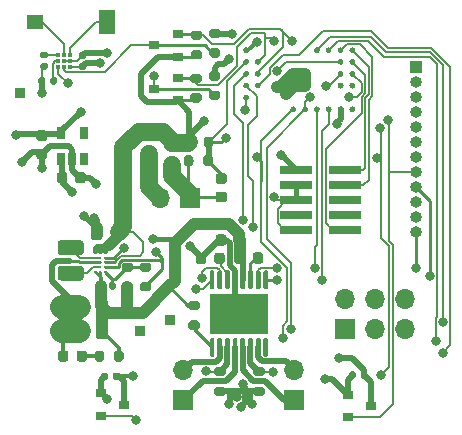
<source format=gbr>
%TF.GenerationSoftware,KiCad,Pcbnew,(5.1.9)-1*%
%TF.CreationDate,2021-03-26T18:59:29+01:00*%
%TF.ProjectId,DotBot,446f7442-6f74-42e6-9b69-6361645f7063,rev?*%
%TF.SameCoordinates,Original*%
%TF.FileFunction,Copper,L1,Top*%
%TF.FilePolarity,Positive*%
%FSLAX46Y46*%
G04 Gerber Fmt 4.6, Leading zero omitted, Abs format (unit mm)*
G04 Created by KiCad (PCBNEW (5.1.9)-1) date 2021-03-26 18:59:29*
%MOMM*%
%LPD*%
G01*
G04 APERTURE LIST*
%TA.AperFunction,ComponentPad*%
%ADD10O,1.000000X1.000000*%
%TD*%
%TA.AperFunction,ComponentPad*%
%ADD11R,1.000000X1.000000*%
%TD*%
%TA.AperFunction,ComponentPad*%
%ADD12O,1.700000X1.700000*%
%TD*%
%TA.AperFunction,ComponentPad*%
%ADD13R,1.700000X1.700000*%
%TD*%
%TA.AperFunction,ComponentPad*%
%ADD14R,0.850000X0.850000*%
%TD*%
%TA.AperFunction,SMDPad,CuDef*%
%ADD15R,2.790000X0.740000*%
%TD*%
%TA.AperFunction,SMDPad,CuDef*%
%ADD16C,0.400000*%
%TD*%
%TA.AperFunction,SMDPad,CuDef*%
%ADD17R,1.400000X1.200000*%
%TD*%
%TA.AperFunction,SMDPad,CuDef*%
%ADD18R,1.400000X2.000000*%
%TD*%
%TA.AperFunction,SMDPad,CuDef*%
%ADD19R,0.900000X0.800000*%
%TD*%
%TA.AperFunction,SMDPad,CuDef*%
%ADD20R,5.000000X3.400000*%
%TD*%
%TA.AperFunction,ComponentPad*%
%ADD21C,0.500000*%
%TD*%
%TA.AperFunction,SMDPad,CuDef*%
%ADD22R,0.650000X1.060000*%
%TD*%
%TA.AperFunction,SMDPad,CuDef*%
%ADD23C,0.290000*%
%TD*%
%TA.AperFunction,ViaPad*%
%ADD24C,0.800000*%
%TD*%
%TA.AperFunction,Conductor*%
%ADD25C,0.200000*%
%TD*%
%TA.AperFunction,Conductor*%
%ADD26C,0.500000*%
%TD*%
%TA.AperFunction,Conductor*%
%ADD27C,0.250000*%
%TD*%
%TA.AperFunction,Conductor*%
%ADD28C,2.000000*%
%TD*%
%TA.AperFunction,Conductor*%
%ADD29C,1.000000*%
%TD*%
%TA.AperFunction,Conductor*%
%ADD30C,0.400000*%
%TD*%
%TA.AperFunction,Conductor*%
%ADD31C,1.500000*%
%TD*%
%TA.AperFunction,Conductor*%
%ADD32C,0.300000*%
%TD*%
G04 APERTURE END LIST*
D10*
%TO.P,J5,12*%
%TO.N,P1_09*%
X110500000Y-65070000D03*
%TO.P,J5,11*%
%TO.N,P0_28*%
X110500000Y-63800000D03*
%TO.P,J5,10*%
%TO.N,P0_02*%
X110500000Y-62530000D03*
%TO.P,J5,9*%
%TO.N,P0_11*%
X110500000Y-61260000D03*
%TO.P,J5,8*%
%TO.N,P0_15*%
X110500000Y-59990000D03*
%TO.P,J5,7*%
%TO.N,P0_17*%
X110500000Y-58720000D03*
%TO.P,J5,6*%
%TO.N,P0_04*%
X110500000Y-57450000D03*
%TO.P,J5,5*%
%TO.N,P0_03*%
X110500000Y-56180000D03*
%TO.P,J5,4*%
%TO.N,P0_05*%
X110500000Y-54910000D03*
%TO.P,J5,3*%
%TO.N,P0_20*%
X110500000Y-53640000D03*
%TO.P,J5,2*%
%TO.N,P0_29*%
X110500000Y-52370000D03*
D11*
%TO.P,J5,1*%
%TO.N,P0_30*%
X110500000Y-51100000D03*
%TD*%
D12*
%TO.P,J6,6*%
%TO.N,GND*%
X109580000Y-70760000D03*
%TO.P,J6,5*%
X109580000Y-73300000D03*
%TO.P,J6,4*%
%TO.N,VDD*%
X107040000Y-70760000D03*
%TO.P,J6,3*%
%TO.N,P0_09*%
X107040000Y-73300000D03*
%TO.P,J6,2*%
%TO.N,P0_10*%
X104500000Y-70760000D03*
D13*
%TO.P,J6,1*%
%TO.N,P0_31*%
X104500000Y-73300000D03*
%TD*%
%TO.P,C7,1*%
%TO.N,+6V*%
%TA.AperFunction,SMDPad,CuDef*%
G36*
G01*
X95100000Y-67550000D02*
X95100000Y-67050000D01*
G75*
G02*
X95325000Y-66825000I225000J0D01*
G01*
X95775000Y-66825000D01*
G75*
G02*
X96000000Y-67050000I0J-225000D01*
G01*
X96000000Y-67550000D01*
G75*
G02*
X95775000Y-67775000I-225000J0D01*
G01*
X95325000Y-67775000D01*
G75*
G02*
X95100000Y-67550000I0J225000D01*
G01*
G37*
%TD.AperFunction*%
%TO.P,C7,2*%
%TO.N,Net-(C7-Pad2)*%
%TA.AperFunction,SMDPad,CuDef*%
G36*
G01*
X96650000Y-67550000D02*
X96650000Y-67050000D01*
G75*
G02*
X96875000Y-66825000I225000J0D01*
G01*
X97325000Y-66825000D01*
G75*
G02*
X97550000Y-67050000I0J-225000D01*
G01*
X97550000Y-67550000D01*
G75*
G02*
X97325000Y-67775000I-225000J0D01*
G01*
X96875000Y-67775000D01*
G75*
G02*
X96650000Y-67550000I0J225000D01*
G01*
G37*
%TD.AperFunction*%
%TD*%
D12*
%TO.P,J2,2*%
%TO.N,Net-(J2-Pad2)*%
X100200000Y-76760000D03*
D13*
%TO.P,J2,1*%
%TO.N,Net-(J2-Pad1)*%
X100200000Y-79300000D03*
%TD*%
%TO.P,C14,2*%
%TO.N,GND*%
%TA.AperFunction,SMDPad,CuDef*%
G36*
G01*
X93750000Y-61675000D02*
X94250000Y-61675000D01*
G75*
G02*
X94475000Y-61900000I0J-225000D01*
G01*
X94475000Y-62350000D01*
G75*
G02*
X94250000Y-62575000I-225000J0D01*
G01*
X93750000Y-62575000D01*
G75*
G02*
X93525000Y-62350000I0J225000D01*
G01*
X93525000Y-61900000D01*
G75*
G02*
X93750000Y-61675000I225000J0D01*
G01*
G37*
%TD.AperFunction*%
%TO.P,C14,1*%
%TO.N,P0_03*%
%TA.AperFunction,SMDPad,CuDef*%
G36*
G01*
X93750000Y-60125000D02*
X94250000Y-60125000D01*
G75*
G02*
X94475000Y-60350000I0J-225000D01*
G01*
X94475000Y-60800000D01*
G75*
G02*
X94250000Y-61025000I-225000J0D01*
G01*
X93750000Y-61025000D01*
G75*
G02*
X93525000Y-60800000I0J225000D01*
G01*
X93525000Y-60350000D01*
G75*
G02*
X93750000Y-60125000I225000J0D01*
G01*
G37*
%TD.AperFunction*%
%TD*%
D14*
%TO.P,TP3,1*%
%TO.N,GND*%
X77000000Y-53300000D03*
%TD*%
%TO.P,TP2,1*%
%TO.N,GND*%
X87100000Y-73500000D03*
%TD*%
%TO.P,TP1,1*%
%TO.N,GND*%
X89700000Y-72500000D03*
%TD*%
%TO.P,R13,2*%
%TO.N,Net-(D2-Pad2)*%
%TA.AperFunction,SMDPad,CuDef*%
G36*
G01*
X84075000Y-75325000D02*
X84075000Y-75875000D01*
G75*
G02*
X83875000Y-76075000I-200000J0D01*
G01*
X83475000Y-76075000D01*
G75*
G02*
X83275000Y-75875000I0J200000D01*
G01*
X83275000Y-75325000D01*
G75*
G02*
X83475000Y-75125000I200000J0D01*
G01*
X83875000Y-75125000D01*
G75*
G02*
X84075000Y-75325000I0J-200000D01*
G01*
G37*
%TD.AperFunction*%
%TO.P,R13,1*%
%TO.N,+6V*%
%TA.AperFunction,SMDPad,CuDef*%
G36*
G01*
X85725000Y-75325000D02*
X85725000Y-75875000D01*
G75*
G02*
X85525000Y-76075000I-200000J0D01*
G01*
X85125000Y-76075000D01*
G75*
G02*
X84925000Y-75875000I0J200000D01*
G01*
X84925000Y-75325000D01*
G75*
G02*
X85125000Y-75125000I200000J0D01*
G01*
X85525000Y-75125000D01*
G75*
G02*
X85725000Y-75325000I0J-200000D01*
G01*
G37*
%TD.AperFunction*%
%TD*%
%TO.P,D2,2*%
%TO.N,Net-(D2-Pad2)*%
%TA.AperFunction,SMDPad,CuDef*%
G36*
G01*
X81750000Y-75856250D02*
X81750000Y-75343750D01*
G75*
G02*
X81968750Y-75125000I218750J0D01*
G01*
X82406250Y-75125000D01*
G75*
G02*
X82625000Y-75343750I0J-218750D01*
G01*
X82625000Y-75856250D01*
G75*
G02*
X82406250Y-76075000I-218750J0D01*
G01*
X81968750Y-76075000D01*
G75*
G02*
X81750000Y-75856250I0J218750D01*
G01*
G37*
%TD.AperFunction*%
%TO.P,D2,1*%
%TO.N,GND*%
%TA.AperFunction,SMDPad,CuDef*%
G36*
G01*
X80175000Y-75856250D02*
X80175000Y-75343750D01*
G75*
G02*
X80393750Y-75125000I218750J0D01*
G01*
X80831250Y-75125000D01*
G75*
G02*
X81050000Y-75343750I0J-218750D01*
G01*
X81050000Y-75856250D01*
G75*
G02*
X80831250Y-76075000I-218750J0D01*
G01*
X80393750Y-76075000D01*
G75*
G02*
X80175000Y-75856250I0J218750D01*
G01*
G37*
%TD.AperFunction*%
%TD*%
D15*
%TO.P,J3,1*%
%TO.N,VDD*%
X100365000Y-59860000D03*
%TO.P,J3,2*%
%TO.N,SWDIO*%
X104435000Y-59860000D03*
%TO.P,J3,3*%
%TO.N,GND*%
X100365000Y-61130000D03*
%TO.P,J3,4*%
%TO.N,SWDCLK*%
X104435000Y-61130000D03*
%TO.P,J3,5*%
%TO.N,GND*%
X100365000Y-62400000D03*
%TO.P,J3,6*%
%TO.N,Net-(J3-Pad6)*%
X104435000Y-62400000D03*
%TO.P,J3,7*%
%TO.N,Net-(J3-Pad7)*%
X100365000Y-63670000D03*
%TO.P,J3,8*%
%TO.N,Net-(J3-Pad8)*%
X104435000Y-63670000D03*
%TO.P,J3,9*%
%TO.N,GND*%
X100365000Y-64940000D03*
%TO.P,J3,10*%
%TO.N,RESET*%
X104435000Y-64940000D03*
%TD*%
D12*
%TO.P,J4,2*%
%TO.N,Net-(J4-Pad2)*%
X88822000Y-62226000D03*
D13*
%TO.P,J4,1*%
%TO.N,GND*%
X91362000Y-62226000D03*
%TD*%
D12*
%TO.P,J1,2*%
%TO.N,Net-(J1-Pad2)*%
X90750000Y-76810000D03*
D13*
%TO.P,J1,1*%
%TO.N,Net-(J1-Pad1)*%
X90750000Y-79350000D03*
%TD*%
D16*
%TO.P,U4,C3*%
%TO.N,+3V3*%
X81212000Y-51120000D03*
%TO.P,U4,C2*%
%TO.N,TS4231_E*%
X80712000Y-51120000D03*
%TO.P,U4,C1*%
%TO.N,TS4231_D*%
X80212000Y-51120000D03*
%TO.P,U4,B1*%
%TO.N,Net-(R2-Pad2)*%
X80212000Y-50620000D03*
%TO.P,U4,B3*%
%TO.N,GND*%
X81212000Y-50620000D03*
%TO.P,U4,A3*%
%TO.N,Net-(D1-Pad1)*%
X81212000Y-50120000D03*
%TO.P,U4,A1*%
%TO.N,Net-(C2-Pad2)*%
X80212000Y-50120000D03*
%TO.P,U4,A2*%
%TO.N,Net-(D1-Pad2)*%
X80712000Y-50120000D03*
%TO.P,U4,B2*%
%TO.N,GND*%
X80712000Y-50620000D03*
%TD*%
%TO.P,C1,1*%
%TO.N,GND*%
%TA.AperFunction,SMDPad,CuDef*%
G36*
G01*
X82066000Y-49860000D02*
X82406000Y-49860000D01*
G75*
G02*
X82546000Y-50000000I0J-140000D01*
G01*
X82546000Y-50280000D01*
G75*
G02*
X82406000Y-50420000I-140000J0D01*
G01*
X82066000Y-50420000D01*
G75*
G02*
X81926000Y-50280000I0J140000D01*
G01*
X81926000Y-50000000D01*
G75*
G02*
X82066000Y-49860000I140000J0D01*
G01*
G37*
%TD.AperFunction*%
%TO.P,C1,2*%
%TO.N,+3V3*%
%TA.AperFunction,SMDPad,CuDef*%
G36*
G01*
X82066000Y-50820000D02*
X82406000Y-50820000D01*
G75*
G02*
X82546000Y-50960000I0J-140000D01*
G01*
X82546000Y-51240000D01*
G75*
G02*
X82406000Y-51380000I-140000J0D01*
G01*
X82066000Y-51380000D01*
G75*
G02*
X81926000Y-51240000I0J140000D01*
G01*
X81926000Y-50960000D01*
G75*
G02*
X82066000Y-50820000I140000J0D01*
G01*
G37*
%TD.AperFunction*%
%TD*%
%TO.P,C2,2*%
%TO.N,Net-(C2-Pad2)*%
%TA.AperFunction,SMDPad,CuDef*%
G36*
G01*
X79170000Y-50380000D02*
X78830000Y-50380000D01*
G75*
G02*
X78690000Y-50240000I0J140000D01*
G01*
X78690000Y-49960000D01*
G75*
G02*
X78830000Y-49820000I140000J0D01*
G01*
X79170000Y-49820000D01*
G75*
G02*
X79310000Y-49960000I0J-140000D01*
G01*
X79310000Y-50240000D01*
G75*
G02*
X79170000Y-50380000I-140000J0D01*
G01*
G37*
%TD.AperFunction*%
%TO.P,C2,1*%
%TO.N,GND*%
%TA.AperFunction,SMDPad,CuDef*%
G36*
G01*
X79170000Y-51340000D02*
X78830000Y-51340000D01*
G75*
G02*
X78690000Y-51200000I0J140000D01*
G01*
X78690000Y-50920000D01*
G75*
G02*
X78830000Y-50780000I140000J0D01*
G01*
X79170000Y-50780000D01*
G75*
G02*
X79310000Y-50920000I0J-140000D01*
G01*
X79310000Y-51200000D01*
G75*
G02*
X79170000Y-51340000I-140000J0D01*
G01*
G37*
%TD.AperFunction*%
%TD*%
%TO.P,C3,1*%
%TO.N,+3V3*%
%TA.AperFunction,SMDPad,CuDef*%
G36*
G01*
X83840000Y-77470000D02*
X83840000Y-77130000D01*
G75*
G02*
X83980000Y-76990000I140000J0D01*
G01*
X84260000Y-76990000D01*
G75*
G02*
X84400000Y-77130000I0J-140000D01*
G01*
X84400000Y-77470000D01*
G75*
G02*
X84260000Y-77610000I-140000J0D01*
G01*
X83980000Y-77610000D01*
G75*
G02*
X83840000Y-77470000I0J140000D01*
G01*
G37*
%TD.AperFunction*%
%TO.P,C3,2*%
%TO.N,GND*%
%TA.AperFunction,SMDPad,CuDef*%
G36*
G01*
X84800000Y-77470000D02*
X84800000Y-77130000D01*
G75*
G02*
X84940000Y-76990000I140000J0D01*
G01*
X85220000Y-76990000D01*
G75*
G02*
X85360000Y-77130000I0J-140000D01*
G01*
X85360000Y-77470000D01*
G75*
G02*
X85220000Y-77610000I-140000J0D01*
G01*
X84940000Y-77610000D01*
G75*
G02*
X84800000Y-77470000I0J140000D01*
G01*
G37*
%TD.AperFunction*%
%TD*%
%TO.P,C4,2*%
%TO.N,GND*%
%TA.AperFunction,SMDPad,CuDef*%
G36*
G01*
X105800000Y-77370000D02*
X105800000Y-77030000D01*
G75*
G02*
X105940000Y-76890000I140000J0D01*
G01*
X106220000Y-76890000D01*
G75*
G02*
X106360000Y-77030000I0J-140000D01*
G01*
X106360000Y-77370000D01*
G75*
G02*
X106220000Y-77510000I-140000J0D01*
G01*
X105940000Y-77510000D01*
G75*
G02*
X105800000Y-77370000I0J140000D01*
G01*
G37*
%TD.AperFunction*%
%TO.P,C4,1*%
%TO.N,+3V3*%
%TA.AperFunction,SMDPad,CuDef*%
G36*
G01*
X104840000Y-77370000D02*
X104840000Y-77030000D01*
G75*
G02*
X104980000Y-76890000I140000J0D01*
G01*
X105260000Y-76890000D01*
G75*
G02*
X105400000Y-77030000I0J-140000D01*
G01*
X105400000Y-77370000D01*
G75*
G02*
X105260000Y-77510000I-140000J0D01*
G01*
X104980000Y-77510000D01*
G75*
G02*
X104840000Y-77370000I0J140000D01*
G01*
G37*
%TD.AperFunction*%
%TD*%
%TO.P,C5,1*%
%TO.N,+6V*%
%TA.AperFunction,SMDPad,CuDef*%
G36*
G01*
X95975000Y-65525000D02*
X95975000Y-66025000D01*
G75*
G02*
X95750000Y-66250000I-225000J0D01*
G01*
X95300000Y-66250000D01*
G75*
G02*
X95075000Y-66025000I0J225000D01*
G01*
X95075000Y-65525000D01*
G75*
G02*
X95300000Y-65300000I225000J0D01*
G01*
X95750000Y-65300000D01*
G75*
G02*
X95975000Y-65525000I0J-225000D01*
G01*
G37*
%TD.AperFunction*%
%TO.P,C5,2*%
%TO.N,GND*%
%TA.AperFunction,SMDPad,CuDef*%
G36*
G01*
X94425000Y-65525000D02*
X94425000Y-66025000D01*
G75*
G02*
X94200000Y-66250000I-225000J0D01*
G01*
X93750000Y-66250000D01*
G75*
G02*
X93525000Y-66025000I0J225000D01*
G01*
X93525000Y-65525000D01*
G75*
G02*
X93750000Y-65300000I225000J0D01*
G01*
X94200000Y-65300000D01*
G75*
G02*
X94425000Y-65525000I0J-225000D01*
G01*
G37*
%TD.AperFunction*%
%TD*%
%TO.P,C6,2*%
%TO.N,GND*%
%TA.AperFunction,SMDPad,CuDef*%
G36*
G01*
X92750000Y-67075000D02*
X92750000Y-67575000D01*
G75*
G02*
X92525000Y-67800000I-225000J0D01*
G01*
X92075000Y-67800000D01*
G75*
G02*
X91850000Y-67575000I0J225000D01*
G01*
X91850000Y-67075000D01*
G75*
G02*
X92075000Y-66850000I225000J0D01*
G01*
X92525000Y-66850000D01*
G75*
G02*
X92750000Y-67075000I0J-225000D01*
G01*
G37*
%TD.AperFunction*%
%TO.P,C6,1*%
%TO.N,Net-(C6-Pad1)*%
%TA.AperFunction,SMDPad,CuDef*%
G36*
G01*
X94300000Y-67075000D02*
X94300000Y-67575000D01*
G75*
G02*
X94075000Y-67800000I-225000J0D01*
G01*
X93625000Y-67800000D01*
G75*
G02*
X93400000Y-67575000I0J225000D01*
G01*
X93400000Y-67075000D01*
G75*
G02*
X93625000Y-66850000I225000J0D01*
G01*
X94075000Y-66850000D01*
G75*
G02*
X94300000Y-67075000I0J-225000D01*
G01*
G37*
%TD.AperFunction*%
%TD*%
%TO.P,C8,2*%
%TO.N,GND*%
%TA.AperFunction,SMDPad,CuDef*%
G36*
G01*
X82470000Y-72985000D02*
X82470000Y-73935000D01*
G75*
G02*
X82220000Y-74185000I-250000J0D01*
G01*
X81720000Y-74185000D01*
G75*
G02*
X81470000Y-73935000I0J250000D01*
G01*
X81470000Y-72985000D01*
G75*
G02*
X81720000Y-72735000I250000J0D01*
G01*
X82220000Y-72735000D01*
G75*
G02*
X82470000Y-72985000I0J-250000D01*
G01*
G37*
%TD.AperFunction*%
%TO.P,C8,1*%
%TO.N,+6V*%
%TA.AperFunction,SMDPad,CuDef*%
G36*
G01*
X84370000Y-72985000D02*
X84370000Y-73935000D01*
G75*
G02*
X84120000Y-74185000I-250000J0D01*
G01*
X83620000Y-74185000D01*
G75*
G02*
X83370000Y-73935000I0J250000D01*
G01*
X83370000Y-72985000D01*
G75*
G02*
X83620000Y-72735000I250000J0D01*
G01*
X84120000Y-72735000D01*
G75*
G02*
X84370000Y-72985000I0J-250000D01*
G01*
G37*
%TD.AperFunction*%
%TD*%
%TO.P,C9,1*%
%TO.N,+6V*%
%TA.AperFunction,SMDPad,CuDef*%
G36*
G01*
X84370000Y-70935000D02*
X84370000Y-71885000D01*
G75*
G02*
X84120000Y-72135000I-250000J0D01*
G01*
X83620000Y-72135000D01*
G75*
G02*
X83370000Y-71885000I0J250000D01*
G01*
X83370000Y-70935000D01*
G75*
G02*
X83620000Y-70685000I250000J0D01*
G01*
X84120000Y-70685000D01*
G75*
G02*
X84370000Y-70935000I0J-250000D01*
G01*
G37*
%TD.AperFunction*%
%TO.P,C9,2*%
%TO.N,GND*%
%TA.AperFunction,SMDPad,CuDef*%
G36*
G01*
X82470000Y-70935000D02*
X82470000Y-71885000D01*
G75*
G02*
X82220000Y-72135000I-250000J0D01*
G01*
X81720000Y-72135000D01*
G75*
G02*
X81470000Y-71885000I0J250000D01*
G01*
X81470000Y-70935000D01*
G75*
G02*
X81720000Y-70685000I250000J0D01*
G01*
X82220000Y-70685000D01*
G75*
G02*
X82470000Y-70935000I0J-250000D01*
G01*
G37*
%TD.AperFunction*%
%TD*%
%TO.P,C10,1*%
%TO.N,+6V*%
%TA.AperFunction,SMDPad,CuDef*%
G36*
G01*
X83540000Y-69820000D02*
X83540000Y-69480000D01*
G75*
G02*
X83680000Y-69340000I140000J0D01*
G01*
X83960000Y-69340000D01*
G75*
G02*
X84100000Y-69480000I0J-140000D01*
G01*
X84100000Y-69820000D01*
G75*
G02*
X83960000Y-69960000I-140000J0D01*
G01*
X83680000Y-69960000D01*
G75*
G02*
X83540000Y-69820000I0J140000D01*
G01*
G37*
%TD.AperFunction*%
%TO.P,C10,2*%
%TO.N,Net-(C10-Pad2)*%
%TA.AperFunction,SMDPad,CuDef*%
G36*
G01*
X84500000Y-69820000D02*
X84500000Y-69480000D01*
G75*
G02*
X84640000Y-69340000I140000J0D01*
G01*
X84920000Y-69340000D01*
G75*
G02*
X85060000Y-69480000I0J-140000D01*
G01*
X85060000Y-69820000D01*
G75*
G02*
X84920000Y-69960000I-140000J0D01*
G01*
X84640000Y-69960000D01*
G75*
G02*
X84500000Y-69820000I0J140000D01*
G01*
G37*
%TD.AperFunction*%
%TD*%
%TO.P,C11,2*%
%TO.N,GND*%
%TA.AperFunction,SMDPad,CuDef*%
G36*
G01*
X78550000Y-58025000D02*
X79050000Y-58025000D01*
G75*
G02*
X79275000Y-58250000I0J-225000D01*
G01*
X79275000Y-58700000D01*
G75*
G02*
X79050000Y-58925000I-225000J0D01*
G01*
X78550000Y-58925000D01*
G75*
G02*
X78325000Y-58700000I0J225000D01*
G01*
X78325000Y-58250000D01*
G75*
G02*
X78550000Y-58025000I225000J0D01*
G01*
G37*
%TD.AperFunction*%
%TO.P,C11,1*%
%TO.N,+3V3*%
%TA.AperFunction,SMDPad,CuDef*%
G36*
G01*
X78550000Y-56475000D02*
X79050000Y-56475000D01*
G75*
G02*
X79275000Y-56700000I0J-225000D01*
G01*
X79275000Y-57150000D01*
G75*
G02*
X79050000Y-57375000I-225000J0D01*
G01*
X78550000Y-57375000D01*
G75*
G02*
X78325000Y-57150000I0J225000D01*
G01*
X78325000Y-56700000D01*
G75*
G02*
X78550000Y-56475000I225000J0D01*
G01*
G37*
%TD.AperFunction*%
%TD*%
%TO.P,C12,1*%
%TO.N,+6V*%
%TA.AperFunction,SMDPad,CuDef*%
G36*
G01*
X80075000Y-60750000D02*
X80075000Y-60250000D01*
G75*
G02*
X80300000Y-60025000I225000J0D01*
G01*
X80750000Y-60025000D01*
G75*
G02*
X80975000Y-60250000I0J-225000D01*
G01*
X80975000Y-60750000D01*
G75*
G02*
X80750000Y-60975000I-225000J0D01*
G01*
X80300000Y-60975000D01*
G75*
G02*
X80075000Y-60750000I0J225000D01*
G01*
G37*
%TD.AperFunction*%
%TO.P,C12,2*%
%TO.N,GND*%
%TA.AperFunction,SMDPad,CuDef*%
G36*
G01*
X81625000Y-60750000D02*
X81625000Y-60250000D01*
G75*
G02*
X81850000Y-60025000I225000J0D01*
G01*
X82300000Y-60025000D01*
G75*
G02*
X82525000Y-60250000I0J-225000D01*
G01*
X82525000Y-60750000D01*
G75*
G02*
X82300000Y-60975000I-225000J0D01*
G01*
X81850000Y-60975000D01*
G75*
G02*
X81625000Y-60750000I0J225000D01*
G01*
G37*
%TD.AperFunction*%
%TD*%
%TO.P,C13,1*%
%TO.N,VDD*%
%TA.AperFunction,SMDPad,CuDef*%
G36*
G01*
X85850000Y-64575000D02*
X85850000Y-65525000D01*
G75*
G02*
X85600000Y-65775000I-250000J0D01*
G01*
X85100000Y-65775000D01*
G75*
G02*
X84850000Y-65525000I0J250000D01*
G01*
X84850000Y-64575000D01*
G75*
G02*
X85100000Y-64325000I250000J0D01*
G01*
X85600000Y-64325000D01*
G75*
G02*
X85850000Y-64575000I0J-250000D01*
G01*
G37*
%TD.AperFunction*%
%TO.P,C13,2*%
%TO.N,GND*%
%TA.AperFunction,SMDPad,CuDef*%
G36*
G01*
X83950000Y-64575000D02*
X83950000Y-65525000D01*
G75*
G02*
X83700000Y-65775000I-250000J0D01*
G01*
X83200000Y-65775000D01*
G75*
G02*
X82950000Y-65525000I0J250000D01*
G01*
X82950000Y-64575000D01*
G75*
G02*
X83200000Y-64325000I250000J0D01*
G01*
X83700000Y-64325000D01*
G75*
G02*
X83950000Y-64575000I0J-250000D01*
G01*
G37*
%TD.AperFunction*%
%TD*%
D17*
%TO.P,D1,2*%
%TO.N,Net-(D1-Pad2)*%
X78200000Y-47300000D03*
D18*
%TO.P,D1,1*%
%TO.N,Net-(D1-Pad1)*%
X84300000Y-47300000D03*
%TD*%
%TO.P,L1,1*%
%TO.N,Net-(L1-Pad1)*%
%TA.AperFunction,SMDPad,CuDef*%
G36*
G01*
X82100000Y-69200000D02*
X80400000Y-69200000D01*
G75*
G02*
X80150000Y-68950000I0J250000D01*
G01*
X80150000Y-68200000D01*
G75*
G02*
X80400000Y-67950000I250000J0D01*
G01*
X82100000Y-67950000D01*
G75*
G02*
X82350000Y-68200000I0J-250000D01*
G01*
X82350000Y-68950000D01*
G75*
G02*
X82100000Y-69200000I-250000J0D01*
G01*
G37*
%TD.AperFunction*%
%TO.P,L1,2*%
%TO.N,Net-(L1-Pad2)*%
%TA.AperFunction,SMDPad,CuDef*%
G36*
G01*
X82100000Y-67050000D02*
X80400000Y-67050000D01*
G75*
G02*
X80150000Y-66800000I0J250000D01*
G01*
X80150000Y-66050000D01*
G75*
G02*
X80400000Y-65800000I250000J0D01*
G01*
X82100000Y-65800000D01*
G75*
G02*
X82350000Y-66050000I0J-250000D01*
G01*
X82350000Y-66800000D01*
G75*
G02*
X82100000Y-67050000I-250000J0D01*
G01*
G37*
%TD.AperFunction*%
%TD*%
D19*
%TO.P,Q1,1*%
%TO.N,VDD*%
X90316000Y-53944000D03*
%TO.P,Q1,2*%
%TO.N,P0_29*%
X90316000Y-52044000D03*
%TO.P,Q1,3*%
%TO.N,TS4231_D*%
X88316000Y-52994000D03*
%TD*%
%TO.P,Q2,1*%
%TO.N,VDD*%
X90316000Y-50250000D03*
%TO.P,Q2,2*%
%TO.N,P0_30*%
X90316000Y-48350000D03*
%TO.P,Q2,3*%
%TO.N,TS4231_E*%
X88316000Y-49300000D03*
%TD*%
%TO.P,Q4,1*%
%TO.N,GND*%
X89850000Y-59450000D03*
%TO.P,Q4,2*%
%TO.N,VDD*%
X89850000Y-57550000D03*
%TO.P,Q4,3*%
%TO.N,Net-(J4-Pad2)*%
X87850000Y-58500000D03*
%TD*%
%TO.P,R1,2*%
%TO.N,+6V*%
%TA.AperFunction,SMDPad,CuDef*%
G36*
G01*
X91975000Y-71725000D02*
X91425000Y-71725000D01*
G75*
G02*
X91225000Y-71525000I0J200000D01*
G01*
X91225000Y-71125000D01*
G75*
G02*
X91425000Y-70925000I200000J0D01*
G01*
X91975000Y-70925000D01*
G75*
G02*
X92175000Y-71125000I0J-200000D01*
G01*
X92175000Y-71525000D01*
G75*
G02*
X91975000Y-71725000I-200000J0D01*
G01*
G37*
%TD.AperFunction*%
%TO.P,R1,1*%
%TO.N,Net-(R1-Pad1)*%
%TA.AperFunction,SMDPad,CuDef*%
G36*
G01*
X91975000Y-73375000D02*
X91425000Y-73375000D01*
G75*
G02*
X91225000Y-73175000I0J200000D01*
G01*
X91225000Y-72775000D01*
G75*
G02*
X91425000Y-72575000I200000J0D01*
G01*
X91975000Y-72575000D01*
G75*
G02*
X92175000Y-72775000I0J-200000D01*
G01*
X92175000Y-73175000D01*
G75*
G02*
X91975000Y-73375000I-200000J0D01*
G01*
G37*
%TD.AperFunction*%
%TD*%
%TO.P,R2,1*%
%TO.N,GND*%
%TA.AperFunction,SMDPad,CuDef*%
G36*
G01*
X78520000Y-52485000D02*
X78520000Y-52115000D01*
G75*
G02*
X78655000Y-51980000I135000J0D01*
G01*
X78925000Y-51980000D01*
G75*
G02*
X79060000Y-52115000I0J-135000D01*
G01*
X79060000Y-52485000D01*
G75*
G02*
X78925000Y-52620000I-135000J0D01*
G01*
X78655000Y-52620000D01*
G75*
G02*
X78520000Y-52485000I0J135000D01*
G01*
G37*
%TD.AperFunction*%
%TO.P,R2,2*%
%TO.N,Net-(R2-Pad2)*%
%TA.AperFunction,SMDPad,CuDef*%
G36*
G01*
X79540000Y-52485000D02*
X79540000Y-52115000D01*
G75*
G02*
X79675000Y-51980000I135000J0D01*
G01*
X79945000Y-51980000D01*
G75*
G02*
X80080000Y-52115000I0J-135000D01*
G01*
X80080000Y-52485000D01*
G75*
G02*
X79945000Y-52620000I-135000J0D01*
G01*
X79675000Y-52620000D01*
G75*
G02*
X79540000Y-52485000I0J135000D01*
G01*
G37*
%TD.AperFunction*%
%TD*%
%TO.P,R3,1*%
%TO.N,GND*%
%TA.AperFunction,SMDPad,CuDef*%
G36*
G01*
X97475000Y-78975000D02*
X96925000Y-78975000D01*
G75*
G02*
X96725000Y-78775000I0J200000D01*
G01*
X96725000Y-78375000D01*
G75*
G02*
X96925000Y-78175000I200000J0D01*
G01*
X97475000Y-78175000D01*
G75*
G02*
X97675000Y-78375000I0J-200000D01*
G01*
X97675000Y-78775000D01*
G75*
G02*
X97475000Y-78975000I-200000J0D01*
G01*
G37*
%TD.AperFunction*%
%TO.P,R3,2*%
%TO.N,P0_05*%
%TA.AperFunction,SMDPad,CuDef*%
G36*
G01*
X97475000Y-77325000D02*
X96925000Y-77325000D01*
G75*
G02*
X96725000Y-77125000I0J200000D01*
G01*
X96725000Y-76725000D01*
G75*
G02*
X96925000Y-76525000I200000J0D01*
G01*
X97475000Y-76525000D01*
G75*
G02*
X97675000Y-76725000I0J-200000D01*
G01*
X97675000Y-77125000D01*
G75*
G02*
X97475000Y-77325000I-200000J0D01*
G01*
G37*
%TD.AperFunction*%
%TD*%
%TO.P,R4,2*%
%TO.N,P0_04*%
%TA.AperFunction,SMDPad,CuDef*%
G36*
G01*
X94175000Y-77325000D02*
X93625000Y-77325000D01*
G75*
G02*
X93425000Y-77125000I0J200000D01*
G01*
X93425000Y-76725000D01*
G75*
G02*
X93625000Y-76525000I200000J0D01*
G01*
X94175000Y-76525000D01*
G75*
G02*
X94375000Y-76725000I0J-200000D01*
G01*
X94375000Y-77125000D01*
G75*
G02*
X94175000Y-77325000I-200000J0D01*
G01*
G37*
%TD.AperFunction*%
%TO.P,R4,1*%
%TO.N,GND*%
%TA.AperFunction,SMDPad,CuDef*%
G36*
G01*
X94175000Y-78975000D02*
X93625000Y-78975000D01*
G75*
G02*
X93425000Y-78775000I0J200000D01*
G01*
X93425000Y-78375000D01*
G75*
G02*
X93625000Y-78175000I200000J0D01*
G01*
X94175000Y-78175000D01*
G75*
G02*
X94375000Y-78375000I0J-200000D01*
G01*
X94375000Y-78775000D01*
G75*
G02*
X94175000Y-78975000I-200000J0D01*
G01*
G37*
%TD.AperFunction*%
%TD*%
%TO.P,R5,1*%
%TO.N,+3V3*%
%TA.AperFunction,SMDPad,CuDef*%
G36*
G01*
X93155000Y-51475000D02*
X93705000Y-51475000D01*
G75*
G02*
X93905000Y-51675000I0J-200000D01*
G01*
X93905000Y-52075000D01*
G75*
G02*
X93705000Y-52275000I-200000J0D01*
G01*
X93155000Y-52275000D01*
G75*
G02*
X92955000Y-52075000I0J200000D01*
G01*
X92955000Y-51675000D01*
G75*
G02*
X93155000Y-51475000I200000J0D01*
G01*
G37*
%TD.AperFunction*%
%TO.P,R5,2*%
%TO.N,TS4231_D*%
%TA.AperFunction,SMDPad,CuDef*%
G36*
G01*
X93155000Y-53125000D02*
X93705000Y-53125000D01*
G75*
G02*
X93905000Y-53325000I0J-200000D01*
G01*
X93905000Y-53725000D01*
G75*
G02*
X93705000Y-53925000I-200000J0D01*
G01*
X93155000Y-53925000D01*
G75*
G02*
X92955000Y-53725000I0J200000D01*
G01*
X92955000Y-53325000D01*
G75*
G02*
X93155000Y-53125000I200000J0D01*
G01*
G37*
%TD.AperFunction*%
%TD*%
%TO.P,R6,1*%
%TO.N,+3V3*%
%TA.AperFunction,SMDPad,CuDef*%
G36*
G01*
X93185000Y-47875000D02*
X93735000Y-47875000D01*
G75*
G02*
X93935000Y-48075000I0J-200000D01*
G01*
X93935000Y-48475000D01*
G75*
G02*
X93735000Y-48675000I-200000J0D01*
G01*
X93185000Y-48675000D01*
G75*
G02*
X92985000Y-48475000I0J200000D01*
G01*
X92985000Y-48075000D01*
G75*
G02*
X93185000Y-47875000I200000J0D01*
G01*
G37*
%TD.AperFunction*%
%TO.P,R6,2*%
%TO.N,TS4231_E*%
%TA.AperFunction,SMDPad,CuDef*%
G36*
G01*
X93185000Y-49525000D02*
X93735000Y-49525000D01*
G75*
G02*
X93935000Y-49725000I0J-200000D01*
G01*
X93935000Y-50125000D01*
G75*
G02*
X93735000Y-50325000I-200000J0D01*
G01*
X93185000Y-50325000D01*
G75*
G02*
X92985000Y-50125000I0J200000D01*
G01*
X92985000Y-49725000D01*
G75*
G02*
X93185000Y-49525000I200000J0D01*
G01*
G37*
%TD.AperFunction*%
%TD*%
%TO.P,R7,2*%
%TO.N,P0_29*%
%TA.AperFunction,SMDPad,CuDef*%
G36*
G01*
X92135000Y-52485000D02*
X91585000Y-52485000D01*
G75*
G02*
X91385000Y-52285000I0J200000D01*
G01*
X91385000Y-51885000D01*
G75*
G02*
X91585000Y-51685000I200000J0D01*
G01*
X92135000Y-51685000D01*
G75*
G02*
X92335000Y-51885000I0J-200000D01*
G01*
X92335000Y-52285000D01*
G75*
G02*
X92135000Y-52485000I-200000J0D01*
G01*
G37*
%TD.AperFunction*%
%TO.P,R7,1*%
%TO.N,VDD*%
%TA.AperFunction,SMDPad,CuDef*%
G36*
G01*
X92135000Y-54135000D02*
X91585000Y-54135000D01*
G75*
G02*
X91385000Y-53935000I0J200000D01*
G01*
X91385000Y-53535000D01*
G75*
G02*
X91585000Y-53335000I200000J0D01*
G01*
X92135000Y-53335000D01*
G75*
G02*
X92335000Y-53535000I0J-200000D01*
G01*
X92335000Y-53935000D01*
G75*
G02*
X92135000Y-54135000I-200000J0D01*
G01*
G37*
%TD.AperFunction*%
%TD*%
%TO.P,R8,2*%
%TO.N,P0_30*%
%TA.AperFunction,SMDPad,CuDef*%
G36*
G01*
X92165000Y-48835000D02*
X91615000Y-48835000D01*
G75*
G02*
X91415000Y-48635000I0J200000D01*
G01*
X91415000Y-48235000D01*
G75*
G02*
X91615000Y-48035000I200000J0D01*
G01*
X92165000Y-48035000D01*
G75*
G02*
X92365000Y-48235000I0J-200000D01*
G01*
X92365000Y-48635000D01*
G75*
G02*
X92165000Y-48835000I-200000J0D01*
G01*
G37*
%TD.AperFunction*%
%TO.P,R8,1*%
%TO.N,VDD*%
%TA.AperFunction,SMDPad,CuDef*%
G36*
G01*
X92165000Y-50485000D02*
X91615000Y-50485000D01*
G75*
G02*
X91415000Y-50285000I0J200000D01*
G01*
X91415000Y-49885000D01*
G75*
G02*
X91615000Y-49685000I200000J0D01*
G01*
X92165000Y-49685000D01*
G75*
G02*
X92365000Y-49885000I0J-200000D01*
G01*
X92365000Y-50285000D01*
G75*
G02*
X92165000Y-50485000I-200000J0D01*
G01*
G37*
%TD.AperFunction*%
%TD*%
%TO.P,R9,1*%
%TO.N,+6V*%
%TA.AperFunction,SMDPad,CuDef*%
G36*
G01*
X86325000Y-70125000D02*
X85775000Y-70125000D01*
G75*
G02*
X85575000Y-69925000I0J200000D01*
G01*
X85575000Y-69525000D01*
G75*
G02*
X85775000Y-69325000I200000J0D01*
G01*
X86325000Y-69325000D01*
G75*
G02*
X86525000Y-69525000I0J-200000D01*
G01*
X86525000Y-69925000D01*
G75*
G02*
X86325000Y-70125000I-200000J0D01*
G01*
G37*
%TD.AperFunction*%
%TO.P,R9,2*%
%TO.N,Net-(C10-Pad2)*%
%TA.AperFunction,SMDPad,CuDef*%
G36*
G01*
X86325000Y-68475000D02*
X85775000Y-68475000D01*
G75*
G02*
X85575000Y-68275000I0J200000D01*
G01*
X85575000Y-67875000D01*
G75*
G02*
X85775000Y-67675000I200000J0D01*
G01*
X86325000Y-67675000D01*
G75*
G02*
X86525000Y-67875000I0J-200000D01*
G01*
X86525000Y-68275000D01*
G75*
G02*
X86325000Y-68475000I-200000J0D01*
G01*
G37*
%TD.AperFunction*%
%TD*%
%TO.P,R10,2*%
%TO.N,GND*%
%TA.AperFunction,SMDPad,CuDef*%
G36*
G01*
X87325000Y-69325000D02*
X87875000Y-69325000D01*
G75*
G02*
X88075000Y-69525000I0J-200000D01*
G01*
X88075000Y-69925000D01*
G75*
G02*
X87875000Y-70125000I-200000J0D01*
G01*
X87325000Y-70125000D01*
G75*
G02*
X87125000Y-69925000I0J200000D01*
G01*
X87125000Y-69525000D01*
G75*
G02*
X87325000Y-69325000I200000J0D01*
G01*
G37*
%TD.AperFunction*%
%TO.P,R10,1*%
%TO.N,Net-(C10-Pad2)*%
%TA.AperFunction,SMDPad,CuDef*%
G36*
G01*
X87325000Y-67675000D02*
X87875000Y-67675000D01*
G75*
G02*
X88075000Y-67875000I0J-200000D01*
G01*
X88075000Y-68275000D01*
G75*
G02*
X87875000Y-68475000I-200000J0D01*
G01*
X87325000Y-68475000D01*
G75*
G02*
X87125000Y-68275000I0J200000D01*
G01*
X87125000Y-67875000D01*
G75*
G02*
X87325000Y-67675000I200000J0D01*
G01*
G37*
%TD.AperFunction*%
%TD*%
%TO.P,R11,1*%
%TO.N,VDD*%
%TA.AperFunction,SMDPad,CuDef*%
G36*
G01*
X90875000Y-57775000D02*
X90875000Y-57225000D01*
G75*
G02*
X91075000Y-57025000I200000J0D01*
G01*
X91475000Y-57025000D01*
G75*
G02*
X91675000Y-57225000I0J-200000D01*
G01*
X91675000Y-57775000D01*
G75*
G02*
X91475000Y-57975000I-200000J0D01*
G01*
X91075000Y-57975000D01*
G75*
G02*
X90875000Y-57775000I0J200000D01*
G01*
G37*
%TD.AperFunction*%
%TO.P,R11,2*%
%TO.N,P0_03*%
%TA.AperFunction,SMDPad,CuDef*%
G36*
G01*
X92525000Y-57775000D02*
X92525000Y-57225000D01*
G75*
G02*
X92725000Y-57025000I200000J0D01*
G01*
X93125000Y-57025000D01*
G75*
G02*
X93325000Y-57225000I0J-200000D01*
G01*
X93325000Y-57775000D01*
G75*
G02*
X93125000Y-57975000I-200000J0D01*
G01*
X92725000Y-57975000D01*
G75*
G02*
X92525000Y-57775000I0J200000D01*
G01*
G37*
%TD.AperFunction*%
%TD*%
%TO.P,R12,1*%
%TO.N,P0_03*%
%TA.AperFunction,SMDPad,CuDef*%
G36*
G01*
X93275000Y-58775000D02*
X93275000Y-59325000D01*
G75*
G02*
X93075000Y-59525000I-200000J0D01*
G01*
X92675000Y-59525000D01*
G75*
G02*
X92475000Y-59325000I0J200000D01*
G01*
X92475000Y-58775000D01*
G75*
G02*
X92675000Y-58575000I200000J0D01*
G01*
X93075000Y-58575000D01*
G75*
G02*
X93275000Y-58775000I0J-200000D01*
G01*
G37*
%TD.AperFunction*%
%TO.P,R12,2*%
%TO.N,GND*%
%TA.AperFunction,SMDPad,CuDef*%
G36*
G01*
X91625000Y-58775000D02*
X91625000Y-59325000D01*
G75*
G02*
X91425000Y-59525000I-200000J0D01*
G01*
X91025000Y-59525000D01*
G75*
G02*
X90825000Y-59325000I0J200000D01*
G01*
X90825000Y-58775000D01*
G75*
G02*
X91025000Y-58575000I200000J0D01*
G01*
X91425000Y-58575000D01*
G75*
G02*
X91625000Y-58775000I0J-200000D01*
G01*
G37*
%TD.AperFunction*%
%TD*%
%TO.P,U1,3*%
%TO.N,GND*%
X85800000Y-79700000D03*
%TO.P,U1,2*%
%TO.N,P0_17*%
X83800000Y-80650000D03*
%TO.P,U1,1*%
%TO.N,+3V3*%
X83800000Y-78750000D03*
%TD*%
%TO.P,U2,3*%
%TO.N,GND*%
X106700000Y-79800000D03*
%TO.P,U2,2*%
%TO.N,P0_15*%
X104700000Y-80750000D03*
%TO.P,U2,1*%
%TO.N,+3V3*%
X104700000Y-78850000D03*
%TD*%
%TO.P,U3,1*%
%TO.N,Net-(R1-Pad1)*%
%TA.AperFunction,SMDPad,CuDef*%
G36*
G01*
X93325000Y-75650000D02*
X93125000Y-75650000D01*
G75*
G02*
X93025000Y-75550000I0J100000D01*
G01*
X93025000Y-74175000D01*
G75*
G02*
X93125000Y-74075000I100000J0D01*
G01*
X93325000Y-74075000D01*
G75*
G02*
X93425000Y-74175000I0J-100000D01*
G01*
X93425000Y-75550000D01*
G75*
G02*
X93325000Y-75650000I-100000J0D01*
G01*
G37*
%TD.AperFunction*%
%TO.P,U3,2*%
%TO.N,Net-(J1-Pad2)*%
%TA.AperFunction,SMDPad,CuDef*%
G36*
G01*
X93975000Y-75650000D02*
X93775000Y-75650000D01*
G75*
G02*
X93675000Y-75550000I0J100000D01*
G01*
X93675000Y-74175000D01*
G75*
G02*
X93775000Y-74075000I100000J0D01*
G01*
X93975000Y-74075000D01*
G75*
G02*
X94075000Y-74175000I0J-100000D01*
G01*
X94075000Y-75550000D01*
G75*
G02*
X93975000Y-75650000I-100000J0D01*
G01*
G37*
%TD.AperFunction*%
%TO.P,U3,3*%
%TO.N,P0_04*%
%TA.AperFunction,SMDPad,CuDef*%
G36*
G01*
X94625000Y-75650000D02*
X94425000Y-75650000D01*
G75*
G02*
X94325000Y-75550000I0J100000D01*
G01*
X94325000Y-74175000D01*
G75*
G02*
X94425000Y-74075000I100000J0D01*
G01*
X94625000Y-74075000D01*
G75*
G02*
X94725000Y-74175000I0J-100000D01*
G01*
X94725000Y-75550000D01*
G75*
G02*
X94625000Y-75650000I-100000J0D01*
G01*
G37*
%TD.AperFunction*%
%TO.P,U3,4*%
%TO.N,Net-(J1-Pad1)*%
%TA.AperFunction,SMDPad,CuDef*%
G36*
G01*
X95275000Y-75650000D02*
X95075000Y-75650000D01*
G75*
G02*
X94975000Y-75550000I0J100000D01*
G01*
X94975000Y-74175000D01*
G75*
G02*
X95075000Y-74075000I100000J0D01*
G01*
X95275000Y-74075000D01*
G75*
G02*
X95375000Y-74175000I0J-100000D01*
G01*
X95375000Y-75550000D01*
G75*
G02*
X95275000Y-75650000I-100000J0D01*
G01*
G37*
%TD.AperFunction*%
%TO.P,U3,5*%
%TO.N,Net-(J2-Pad1)*%
%TA.AperFunction,SMDPad,CuDef*%
G36*
G01*
X95925000Y-75650000D02*
X95725000Y-75650000D01*
G75*
G02*
X95625000Y-75550000I0J100000D01*
G01*
X95625000Y-74175000D01*
G75*
G02*
X95725000Y-74075000I100000J0D01*
G01*
X95925000Y-74075000D01*
G75*
G02*
X96025000Y-74175000I0J-100000D01*
G01*
X96025000Y-75550000D01*
G75*
G02*
X95925000Y-75650000I-100000J0D01*
G01*
G37*
%TD.AperFunction*%
%TO.P,U3,6*%
%TO.N,P0_05*%
%TA.AperFunction,SMDPad,CuDef*%
G36*
G01*
X96575000Y-75650000D02*
X96375000Y-75650000D01*
G75*
G02*
X96275000Y-75550000I0J100000D01*
G01*
X96275000Y-74175000D01*
G75*
G02*
X96375000Y-74075000I100000J0D01*
G01*
X96575000Y-74075000D01*
G75*
G02*
X96675000Y-74175000I0J-100000D01*
G01*
X96675000Y-75550000D01*
G75*
G02*
X96575000Y-75650000I-100000J0D01*
G01*
G37*
%TD.AperFunction*%
%TO.P,U3,7*%
%TO.N,Net-(J2-Pad2)*%
%TA.AperFunction,SMDPad,CuDef*%
G36*
G01*
X97225000Y-75650000D02*
X97025000Y-75650000D01*
G75*
G02*
X96925000Y-75550000I0J100000D01*
G01*
X96925000Y-74175000D01*
G75*
G02*
X97025000Y-74075000I100000J0D01*
G01*
X97225000Y-74075000D01*
G75*
G02*
X97325000Y-74175000I0J-100000D01*
G01*
X97325000Y-75550000D01*
G75*
G02*
X97225000Y-75650000I-100000J0D01*
G01*
G37*
%TD.AperFunction*%
%TO.P,U3,8*%
%TO.N,Net-(U3-Pad8)*%
%TA.AperFunction,SMDPad,CuDef*%
G36*
G01*
X97875000Y-75650000D02*
X97675000Y-75650000D01*
G75*
G02*
X97575000Y-75550000I0J100000D01*
G01*
X97575000Y-74175000D01*
G75*
G02*
X97675000Y-74075000I100000J0D01*
G01*
X97875000Y-74075000D01*
G75*
G02*
X97975000Y-74175000I0J-100000D01*
G01*
X97975000Y-75550000D01*
G75*
G02*
X97875000Y-75650000I-100000J0D01*
G01*
G37*
%TD.AperFunction*%
%TO.P,U3,9*%
%TO.N,P0_11*%
%TA.AperFunction,SMDPad,CuDef*%
G36*
G01*
X97875000Y-69925000D02*
X97675000Y-69925000D01*
G75*
G02*
X97575000Y-69825000I0J100000D01*
G01*
X97575000Y-68450000D01*
G75*
G02*
X97675000Y-68350000I100000J0D01*
G01*
X97875000Y-68350000D01*
G75*
G02*
X97975000Y-68450000I0J-100000D01*
G01*
X97975000Y-69825000D01*
G75*
G02*
X97875000Y-69925000I-100000J0D01*
G01*
G37*
%TD.AperFunction*%
%TO.P,U3,10*%
%TO.N,P1_09*%
%TA.AperFunction,SMDPad,CuDef*%
G36*
G01*
X97225000Y-69925000D02*
X97025000Y-69925000D01*
G75*
G02*
X96925000Y-69825000I0J100000D01*
G01*
X96925000Y-68450000D01*
G75*
G02*
X97025000Y-68350000I100000J0D01*
G01*
X97225000Y-68350000D01*
G75*
G02*
X97325000Y-68450000I0J-100000D01*
G01*
X97325000Y-69825000D01*
G75*
G02*
X97225000Y-69925000I-100000J0D01*
G01*
G37*
%TD.AperFunction*%
%TO.P,U3,11*%
%TO.N,Net-(C7-Pad2)*%
%TA.AperFunction,SMDPad,CuDef*%
G36*
G01*
X96575000Y-69925000D02*
X96375000Y-69925000D01*
G75*
G02*
X96275000Y-69825000I0J100000D01*
G01*
X96275000Y-68450000D01*
G75*
G02*
X96375000Y-68350000I100000J0D01*
G01*
X96575000Y-68350000D01*
G75*
G02*
X96675000Y-68450000I0J-100000D01*
G01*
X96675000Y-69825000D01*
G75*
G02*
X96575000Y-69925000I-100000J0D01*
G01*
G37*
%TD.AperFunction*%
%TO.P,U3,12*%
%TO.N,+6V*%
%TA.AperFunction,SMDPad,CuDef*%
G36*
G01*
X95925000Y-69925000D02*
X95725000Y-69925000D01*
G75*
G02*
X95625000Y-69825000I0J100000D01*
G01*
X95625000Y-68450000D01*
G75*
G02*
X95725000Y-68350000I100000J0D01*
G01*
X95925000Y-68350000D01*
G75*
G02*
X96025000Y-68450000I0J-100000D01*
G01*
X96025000Y-69825000D01*
G75*
G02*
X95925000Y-69925000I-100000J0D01*
G01*
G37*
%TD.AperFunction*%
%TO.P,U3,13*%
%TO.N,GND*%
%TA.AperFunction,SMDPad,CuDef*%
G36*
G01*
X95275000Y-69925000D02*
X95075000Y-69925000D01*
G75*
G02*
X94975000Y-69825000I0J100000D01*
G01*
X94975000Y-68450000D01*
G75*
G02*
X95075000Y-68350000I100000J0D01*
G01*
X95275000Y-68350000D01*
G75*
G02*
X95375000Y-68450000I0J-100000D01*
G01*
X95375000Y-69825000D01*
G75*
G02*
X95275000Y-69925000I-100000J0D01*
G01*
G37*
%TD.AperFunction*%
%TO.P,U3,14*%
%TO.N,Net-(C6-Pad1)*%
%TA.AperFunction,SMDPad,CuDef*%
G36*
G01*
X94625000Y-69925000D02*
X94425000Y-69925000D01*
G75*
G02*
X94325000Y-69825000I0J100000D01*
G01*
X94325000Y-68450000D01*
G75*
G02*
X94425000Y-68350000I100000J0D01*
G01*
X94625000Y-68350000D01*
G75*
G02*
X94725000Y-68450000I0J-100000D01*
G01*
X94725000Y-69825000D01*
G75*
G02*
X94625000Y-69925000I-100000J0D01*
G01*
G37*
%TD.AperFunction*%
%TO.P,U3,15*%
%TO.N,P0_28*%
%TA.AperFunction,SMDPad,CuDef*%
G36*
G01*
X93975000Y-69925000D02*
X93775000Y-69925000D01*
G75*
G02*
X93675000Y-69825000I0J100000D01*
G01*
X93675000Y-68450000D01*
G75*
G02*
X93775000Y-68350000I100000J0D01*
G01*
X93975000Y-68350000D01*
G75*
G02*
X94075000Y-68450000I0J-100000D01*
G01*
X94075000Y-69825000D01*
G75*
G02*
X93975000Y-69925000I-100000J0D01*
G01*
G37*
%TD.AperFunction*%
%TO.P,U3,16*%
%TO.N,P0_02*%
%TA.AperFunction,SMDPad,CuDef*%
G36*
G01*
X93325000Y-69925000D02*
X93125000Y-69925000D01*
G75*
G02*
X93025000Y-69825000I0J100000D01*
G01*
X93025000Y-68450000D01*
G75*
G02*
X93125000Y-68350000I100000J0D01*
G01*
X93325000Y-68350000D01*
G75*
G02*
X93425000Y-68450000I0J-100000D01*
G01*
X93425000Y-69825000D01*
G75*
G02*
X93325000Y-69925000I-100000J0D01*
G01*
G37*
%TD.AperFunction*%
D20*
%TO.P,U3,17*%
%TO.N,GND*%
X95500000Y-72000000D03*
D21*
X94000000Y-72750000D03*
X94000000Y-71250000D03*
X95500000Y-72750000D03*
X95500000Y-71250000D03*
X97000000Y-72750000D03*
X97000000Y-71250000D03*
%TD*%
%TO.P,U5,1*%
%TO.N,VDD*%
%TA.AperFunction,SMDPad,CuDef*%
G36*
G01*
X95850200Y-49699400D02*
X95850200Y-49699400D01*
G75*
G02*
X96104200Y-49445400I254000J0D01*
G01*
X96104200Y-49445400D01*
G75*
G02*
X96358200Y-49699400I0J-254000D01*
G01*
X96358200Y-49699400D01*
G75*
G02*
X96104200Y-49953400I-254000J0D01*
G01*
X96104200Y-49953400D01*
G75*
G02*
X95850200Y-49699400I0J254000D01*
G01*
G37*
%TD.AperFunction*%
%TO.P,U5,2*%
%TO.N,P0_03*%
%TA.AperFunction,SMDPad,CuDef*%
G36*
G01*
X95850200Y-50690000D02*
X95850200Y-50690000D01*
G75*
G02*
X96104200Y-50436000I254000J0D01*
G01*
X96104200Y-50436000D01*
G75*
G02*
X96358200Y-50690000I0J-254000D01*
G01*
X96358200Y-50690000D01*
G75*
G02*
X96104200Y-50944000I-254000J0D01*
G01*
X96104200Y-50944000D01*
G75*
G02*
X95850200Y-50690000I0J254000D01*
G01*
G37*
%TD.AperFunction*%
%TO.P,U5,3*%
%TO.N,P0_02*%
%TA.AperFunction,SMDPad,CuDef*%
G36*
G01*
X95850200Y-51706000D02*
X95850200Y-51706000D01*
G75*
G02*
X96104200Y-51452000I254000J0D01*
G01*
X96104200Y-51452000D01*
G75*
G02*
X96358200Y-51706000I0J-254000D01*
G01*
X96358200Y-51706000D01*
G75*
G02*
X96104200Y-51960000I-254000J0D01*
G01*
X96104200Y-51960000D01*
G75*
G02*
X95850200Y-51706000I0J254000D01*
G01*
G37*
%TD.AperFunction*%
%TO.P,U5,4*%
%TO.N,P0_28*%
%TA.AperFunction,SMDPad,CuDef*%
G36*
G01*
X95850200Y-52696600D02*
X95850200Y-52696600D01*
G75*
G02*
X96104200Y-52442600I254000J0D01*
G01*
X96104200Y-52442600D01*
G75*
G02*
X96358200Y-52696600I0J-254000D01*
G01*
X96358200Y-52696600D01*
G75*
G02*
X96104200Y-52950600I-254000J0D01*
G01*
X96104200Y-52950600D01*
G75*
G02*
X95850200Y-52696600I0J254000D01*
G01*
G37*
%TD.AperFunction*%
%TO.P,U5,5*%
%TO.N,GND*%
%TA.AperFunction,SMDPad,CuDef*%
G36*
G01*
X95850200Y-53712600D02*
X95850200Y-53712600D01*
G75*
G02*
X96104200Y-53458600I254000J0D01*
G01*
X96104200Y-53458600D01*
G75*
G02*
X96358200Y-53712600I0J-254000D01*
G01*
X96358200Y-53712600D01*
G75*
G02*
X96104200Y-53966600I-254000J0D01*
G01*
X96104200Y-53966600D01*
G75*
G02*
X95850200Y-53712600I0J254000D01*
G01*
G37*
%TD.AperFunction*%
%TO.P,U5,6*%
%TO.N,P0_29*%
%TA.AperFunction,SMDPad,CuDef*%
G36*
G01*
X96840800Y-50690000D02*
X96840800Y-50690000D01*
G75*
G02*
X97094800Y-50436000I254000J0D01*
G01*
X97094800Y-50436000D01*
G75*
G02*
X97348800Y-50690000I0J-254000D01*
G01*
X97348800Y-50690000D01*
G75*
G02*
X97094800Y-50944000I-254000J0D01*
G01*
X97094800Y-50944000D01*
G75*
G02*
X96840800Y-50690000I0J254000D01*
G01*
G37*
%TD.AperFunction*%
%TO.P,U5,7*%
%TO.N,P0_30*%
%TA.AperFunction,SMDPad,CuDef*%
G36*
G01*
X96840800Y-51706000D02*
X96840800Y-51706000D01*
G75*
G02*
X97094800Y-51452000I254000J0D01*
G01*
X97094800Y-51452000D01*
G75*
G02*
X97348800Y-51706000I0J-254000D01*
G01*
X97348800Y-51706000D01*
G75*
G02*
X97094800Y-51960000I-254000J0D01*
G01*
X97094800Y-51960000D01*
G75*
G02*
X96840800Y-51706000I0J254000D01*
G01*
G37*
%TD.AperFunction*%
%TO.P,U5,8*%
%TO.N,P0_31*%
%TA.AperFunction,SMDPad,CuDef*%
G36*
G01*
X96840800Y-52696600D02*
X96840800Y-52696600D01*
G75*
G02*
X97094800Y-52442600I254000J0D01*
G01*
X97094800Y-52442600D01*
G75*
G02*
X97348800Y-52696600I0J-254000D01*
G01*
X97348800Y-52696600D01*
G75*
G02*
X97094800Y-52950600I-254000J0D01*
G01*
X97094800Y-52950600D01*
G75*
G02*
X96840800Y-52696600I0J254000D01*
G01*
G37*
%TD.AperFunction*%
%TO.P,U5,9*%
%TO.N,P0_04*%
%TA.AperFunction,SMDPad,CuDef*%
G36*
G01*
X99838000Y-54703200D02*
X99838000Y-54703200D01*
G75*
G02*
X100092000Y-54449200I254000J0D01*
G01*
X100092000Y-54449200D01*
G75*
G02*
X100346000Y-54703200I0J-254000D01*
G01*
X100346000Y-54703200D01*
G75*
G02*
X100092000Y-54957200I-254000J0D01*
G01*
X100092000Y-54957200D01*
G75*
G02*
X99838000Y-54703200I0J254000D01*
G01*
G37*
%TD.AperFunction*%
%TO.P,U5,10*%
%TO.N,P0_05*%
%TA.AperFunction,SMDPad,CuDef*%
G36*
G01*
X100854000Y-54703200D02*
X100854000Y-54703200D01*
G75*
G02*
X101108000Y-54449200I254000J0D01*
G01*
X101108000Y-54449200D01*
G75*
G02*
X101362000Y-54703200I0J-254000D01*
G01*
X101362000Y-54703200D01*
G75*
G02*
X101108000Y-54957200I-254000J0D01*
G01*
X101108000Y-54957200D01*
G75*
G02*
X100854000Y-54703200I0J254000D01*
G01*
G37*
%TD.AperFunction*%
%TO.P,U5,11*%
%TO.N,P1_09*%
%TA.AperFunction,SMDPad,CuDef*%
G36*
G01*
X101844600Y-54703200D02*
X101844600Y-54703200D01*
G75*
G02*
X102098600Y-54449200I254000J0D01*
G01*
X102098600Y-54449200D01*
G75*
G02*
X102352600Y-54703200I0J-254000D01*
G01*
X102352600Y-54703200D01*
G75*
G02*
X102098600Y-54957200I-254000J0D01*
G01*
X102098600Y-54957200D01*
G75*
G02*
X101844600Y-54703200I0J254000D01*
G01*
G37*
%TD.AperFunction*%
%TO.P,U5,12*%
%TO.N,P0_11*%
%TA.AperFunction,SMDPad,CuDef*%
G36*
G01*
X102835200Y-54703200D02*
X102835200Y-54703200D01*
G75*
G02*
X103089200Y-54449200I254000J0D01*
G01*
X103089200Y-54449200D01*
G75*
G02*
X103343200Y-54703200I0J-254000D01*
G01*
X103343200Y-54703200D01*
G75*
G02*
X103089200Y-54957200I-254000J0D01*
G01*
X103089200Y-54957200D01*
G75*
G02*
X102835200Y-54703200I0J254000D01*
G01*
G37*
%TD.AperFunction*%
%TO.P,U5,13*%
%TO.N,VDD*%
%TA.AperFunction,SMDPad,CuDef*%
G36*
G01*
X103851200Y-54703200D02*
X103851200Y-54703200D01*
G75*
G02*
X104105200Y-54449200I254000J0D01*
G01*
X104105200Y-54449200D01*
G75*
G02*
X104359200Y-54703200I0J-254000D01*
G01*
X104359200Y-54703200D01*
G75*
G02*
X104105200Y-54957200I-254000J0D01*
G01*
X104105200Y-54957200D01*
G75*
G02*
X103851200Y-54703200I0J254000D01*
G01*
G37*
%TD.AperFunction*%
%TO.P,U5,14*%
%TO.N,Net-(U5-Pad14)*%
%TA.AperFunction,SMDPad,CuDef*%
G36*
G01*
X104841800Y-54703200D02*
X104841800Y-54703200D01*
G75*
G02*
X105095800Y-54449200I254000J0D01*
G01*
X105095800Y-54449200D01*
G75*
G02*
X105349800Y-54703200I0J-254000D01*
G01*
X105349800Y-54703200D01*
G75*
G02*
X105095800Y-54957200I-254000J0D01*
G01*
X105095800Y-54957200D01*
G75*
G02*
X104841800Y-54703200I0J254000D01*
G01*
G37*
%TD.AperFunction*%
%TO.P,U5,15*%
%TO.N,Net-(U5-Pad15)*%
%TA.AperFunction,SMDPad,CuDef*%
G36*
G01*
X104841800Y-52696600D02*
X104841800Y-52696600D01*
G75*
G02*
X105095800Y-52442600I254000J0D01*
G01*
X105095800Y-52442600D01*
G75*
G02*
X105349800Y-52696600I0J-254000D01*
G01*
X105349800Y-52696600D01*
G75*
G02*
X105095800Y-52950600I-254000J0D01*
G01*
X105095800Y-52950600D01*
G75*
G02*
X104841800Y-52696600I0J254000D01*
G01*
G37*
%TD.AperFunction*%
%TO.P,U5,16*%
%TO.N,P0_15*%
%TA.AperFunction,SMDPad,CuDef*%
G36*
G01*
X104841800Y-51706000D02*
X104841800Y-51706000D01*
G75*
G02*
X105095800Y-51452000I254000J0D01*
G01*
X105095800Y-51452000D01*
G75*
G02*
X105349800Y-51706000I0J-254000D01*
G01*
X105349800Y-51706000D01*
G75*
G02*
X105095800Y-51960000I-254000J0D01*
G01*
X105095800Y-51960000D01*
G75*
G02*
X104841800Y-51706000I0J254000D01*
G01*
G37*
%TD.AperFunction*%
%TO.P,U5,17*%
%TO.N,RESET*%
%TA.AperFunction,SMDPad,CuDef*%
G36*
G01*
X104841800Y-50690000D02*
X104841800Y-50690000D01*
G75*
G02*
X105095800Y-50436000I254000J0D01*
G01*
X105095800Y-50436000D01*
G75*
G02*
X105349800Y-50690000I0J-254000D01*
G01*
X105349800Y-50690000D01*
G75*
G02*
X105095800Y-50944000I-254000J0D01*
G01*
X105095800Y-50944000D01*
G75*
G02*
X104841800Y-50690000I0J254000D01*
G01*
G37*
%TD.AperFunction*%
%TO.P,U5,18*%
%TO.N,SWDIO*%
%TA.AperFunction,SMDPad,CuDef*%
G36*
G01*
X104841800Y-49699400D02*
X104841800Y-49699400D01*
G75*
G02*
X105095800Y-49445400I254000J0D01*
G01*
X105095800Y-49445400D01*
G75*
G02*
X105349800Y-49699400I0J-254000D01*
G01*
X105349800Y-49699400D01*
G75*
G02*
X105095800Y-49953400I-254000J0D01*
G01*
X105095800Y-49953400D01*
G75*
G02*
X104841800Y-49699400I0J254000D01*
G01*
G37*
%TD.AperFunction*%
%TO.P,U5,19*%
%TO.N,Net-(U5-Pad19)*%
%TA.AperFunction,SMDPad,CuDef*%
G36*
G01*
X103851200Y-52696600D02*
X103851200Y-52696600D01*
G75*
G02*
X104105200Y-52442600I254000J0D01*
G01*
X104105200Y-52442600D01*
G75*
G02*
X104359200Y-52696600I0J-254000D01*
G01*
X104359200Y-52696600D01*
G75*
G02*
X104105200Y-52950600I-254000J0D01*
G01*
X104105200Y-52950600D01*
G75*
G02*
X103851200Y-52696600I0J254000D01*
G01*
G37*
%TD.AperFunction*%
%TO.P,U5,20*%
%TO.N,P0_17*%
%TA.AperFunction,SMDPad,CuDef*%
G36*
G01*
X103851200Y-51706000D02*
X103851200Y-51706000D01*
G75*
G02*
X104105200Y-51452000I254000J0D01*
G01*
X104105200Y-51452000D01*
G75*
G02*
X104359200Y-51706000I0J-254000D01*
G01*
X104359200Y-51706000D01*
G75*
G02*
X104105200Y-51960000I-254000J0D01*
G01*
X104105200Y-51960000D01*
G75*
G02*
X103851200Y-51706000I0J254000D01*
G01*
G37*
%TD.AperFunction*%
%TO.P,U5,21*%
%TO.N,P0_20*%
%TA.AperFunction,SMDPad,CuDef*%
G36*
G01*
X103851200Y-50690000D02*
X103851200Y-50690000D01*
G75*
G02*
X104105200Y-50436000I254000J0D01*
G01*
X104105200Y-50436000D01*
G75*
G02*
X104359200Y-50690000I0J-254000D01*
G01*
X104359200Y-50690000D01*
G75*
G02*
X104105200Y-50944000I-254000J0D01*
G01*
X104105200Y-50944000D01*
G75*
G02*
X103851200Y-50690000I0J254000D01*
G01*
G37*
%TD.AperFunction*%
%TO.P,U5,22*%
%TO.N,SWDCLK*%
%TA.AperFunction,SMDPad,CuDef*%
G36*
G01*
X103851200Y-49699400D02*
X103851200Y-49699400D01*
G75*
G02*
X104105200Y-49445400I254000J0D01*
G01*
X104105200Y-49445400D01*
G75*
G02*
X104359200Y-49699400I0J-254000D01*
G01*
X104359200Y-49699400D01*
G75*
G02*
X104105200Y-49953400I-254000J0D01*
G01*
X104105200Y-49953400D01*
G75*
G02*
X103851200Y-49699400I0J254000D01*
G01*
G37*
%TD.AperFunction*%
%TO.P,U5,23*%
%TO.N,P0_09*%
%TA.AperFunction,SMDPad,CuDef*%
G36*
G01*
X102835200Y-49699400D02*
X102835200Y-49699400D01*
G75*
G02*
X103089200Y-49445400I254000J0D01*
G01*
X103089200Y-49445400D01*
G75*
G02*
X103343200Y-49699400I0J-254000D01*
G01*
X103343200Y-49699400D01*
G75*
G02*
X103089200Y-49953400I-254000J0D01*
G01*
X103089200Y-49953400D01*
G75*
G02*
X102835200Y-49699400I0J254000D01*
G01*
G37*
%TD.AperFunction*%
%TO.P,U5,24*%
%TO.N,P0_10*%
%TA.AperFunction,SMDPad,CuDef*%
G36*
G01*
X101844600Y-49699400D02*
X101844600Y-49699400D01*
G75*
G02*
X102098600Y-49445400I254000J0D01*
G01*
X102098600Y-49445400D01*
G75*
G02*
X102352600Y-49699400I0J-254000D01*
G01*
X102352600Y-49699400D01*
G75*
G02*
X102098600Y-49953400I-254000J0D01*
G01*
X102098600Y-49953400D01*
G75*
G02*
X101844600Y-49699400I0J254000D01*
G01*
G37*
%TD.AperFunction*%
%TO.P,U5,25*%
%TO.N,GND*%
%TA.AperFunction,SMDPad,CuDef*%
G36*
G01*
X100854000Y-51706000D02*
X100854000Y-51706000D01*
G75*
G02*
X101108000Y-51452000I254000J0D01*
G01*
X101108000Y-51452000D01*
G75*
G02*
X101362000Y-51706000I0J-254000D01*
G01*
X101362000Y-51706000D01*
G75*
G02*
X101108000Y-51960000I-254000J0D01*
G01*
X101108000Y-51960000D01*
G75*
G02*
X100854000Y-51706000I0J254000D01*
G01*
G37*
%TD.AperFunction*%
%TO.P,U5,26*%
%TA.AperFunction,SMDPad,CuDef*%
G36*
G01*
X100854000Y-52696600D02*
X100854000Y-52696600D01*
G75*
G02*
X101108000Y-52442600I254000J0D01*
G01*
X101108000Y-52442600D01*
G75*
G02*
X101362000Y-52696600I0J-254000D01*
G01*
X101362000Y-52696600D01*
G75*
G02*
X101108000Y-52950600I-254000J0D01*
G01*
X101108000Y-52950600D01*
G75*
G02*
X100854000Y-52696600I0J254000D01*
G01*
G37*
%TD.AperFunction*%
%TO.P,U5,27*%
%TA.AperFunction,SMDPad,CuDef*%
G36*
G01*
X99838000Y-51706000D02*
X99838000Y-51706000D01*
G75*
G02*
X100092000Y-51452000I254000J0D01*
G01*
X100092000Y-51452000D01*
G75*
G02*
X100346000Y-51706000I0J-254000D01*
G01*
X100346000Y-51706000D01*
G75*
G02*
X100092000Y-51960000I-254000J0D01*
G01*
X100092000Y-51960000D01*
G75*
G02*
X99838000Y-51706000I0J254000D01*
G01*
G37*
%TD.AperFunction*%
%TO.P,U5,28*%
%TA.AperFunction,SMDPad,CuDef*%
G36*
G01*
X99838000Y-52696600D02*
X99838000Y-52696600D01*
G75*
G02*
X100092000Y-52442600I254000J0D01*
G01*
X100092000Y-52442600D01*
G75*
G02*
X100346000Y-52696600I0J-254000D01*
G01*
X100346000Y-52696600D01*
G75*
G02*
X100092000Y-52950600I-254000J0D01*
G01*
X100092000Y-52950600D01*
G75*
G02*
X99838000Y-52696600I0J254000D01*
G01*
G37*
%TD.AperFunction*%
%TD*%
D22*
%TO.P,U6,1*%
%TO.N,+6V*%
X80450000Y-58900000D03*
%TO.P,U6,2*%
%TO.N,GND*%
X81400000Y-58900000D03*
%TO.P,U6,3*%
%TO.N,Net-(U6-Pad3)*%
X82350000Y-58900000D03*
%TO.P,U6,4*%
%TO.N,Net-(U6-Pad4)*%
X82350000Y-56700000D03*
%TO.P,U6,5*%
%TO.N,+3V3*%
X80450000Y-56700000D03*
%TD*%
D23*
%TO.P,U7,A1*%
%TO.N,VDD*%
X83350000Y-66850000D03*
%TO.P,U7,B1*%
%TO.N,Net-(L1-Pad2)*%
X83350000Y-67250000D03*
%TO.P,U7,C1*%
%TO.N,GND*%
X83350000Y-67650000D03*
%TO.P,U7,D1*%
%TO.N,Net-(L1-Pad1)*%
X83350000Y-68050000D03*
%TO.P,U7,E1*%
%TO.N,+6V*%
X83350000Y-68450000D03*
%TO.P,U7,A2*%
%TO.N,VDD*%
X83750000Y-66850000D03*
%TO.P,U7,B2*%
%TO.N,Net-(L1-Pad2)*%
X83750000Y-67250000D03*
%TO.P,U7,C2*%
%TO.N,GND*%
X83750000Y-67650000D03*
%TO.P,U7,D2*%
%TO.N,Net-(L1-Pad1)*%
X83750000Y-68050000D03*
%TO.P,U7,E2*%
%TO.N,+6V*%
X83750000Y-68450000D03*
%TO.P,U7,A3*%
%TO.N,VDD*%
X84150000Y-66850000D03*
%TO.P,U7,B3*%
%TO.N,P0_20*%
X84150000Y-67250000D03*
%TO.P,U7,C3*%
%TO.N,VDD*%
X84150000Y-67650000D03*
%TO.P,U7,D3*%
%TO.N,GND*%
X84150000Y-68050000D03*
%TO.P,U7,E3*%
%TO.N,Net-(C10-Pad2)*%
X84150000Y-68450000D03*
%TD*%
D24*
%TO.N,GND*%
X82400000Y-63700000D03*
X80500000Y-71400000D03*
X80540000Y-73460000D03*
X83400000Y-61000000D03*
X78800000Y-53300000D03*
X78800000Y-59700000D03*
X88500000Y-66800000D03*
X84300000Y-49900000D03*
X86500000Y-77300000D03*
X104000000Y-75800000D03*
X98700000Y-52800000D03*
X99500000Y-53400000D03*
%TO.N,+3V3*%
X82100000Y-54900000D03*
X83700000Y-50800000D03*
X94900000Y-48300000D03*
X94675724Y-50475724D03*
X76600000Y-56900000D03*
X102800000Y-77500000D03*
%TO.N,VDD*%
X97000000Y-49000000D03*
X92525728Y-55725728D03*
%TO.N,TS4231_D*%
X81000000Y-52500000D03*
X88300000Y-51900000D03*
%TO.N,GND*%
X91362000Y-66262000D03*
X94625000Y-79675000D03*
X96575000Y-79625000D03*
X95299986Y-79099986D03*
X95825000Y-77975000D03*
X95650000Y-79875000D03*
X95974979Y-54800000D03*
X98450000Y-62125000D03*
X83219662Y-63880338D03*
X77100000Y-59200000D03*
%TO.N,+3V3*%
X84362357Y-79250010D03*
%TO.N,+6V*%
X88200000Y-65700000D03*
X81400000Y-61700000D03*
%TO.N,VDD*%
X103825000Y-55950000D03*
X99100000Y-58600000D03*
%TO.N,P0_30*%
X100000000Y-48900000D03*
%TO.N,P0_29*%
X98500000Y-48900000D03*
%TO.N,P0_05*%
X101500000Y-53700000D03*
X98375000Y-76950000D03*
X99925000Y-73275000D03*
%TO.N,P0_04*%
X92700000Y-76875000D03*
X97000000Y-58700000D03*
X99200000Y-74100000D03*
%TO.N,P0_03*%
X94400000Y-57100000D03*
%TO.N,P0_17*%
X86800000Y-81000000D03*
X102874537Y-52720132D03*
X107500000Y-77225000D03*
X107400000Y-56300000D03*
X107200000Y-58800000D03*
%TO.N,P0_15*%
X104813516Y-53625904D03*
X108100000Y-55600000D03*
%TO.N,P1_09*%
X98700000Y-68175000D03*
X101950000Y-68175000D03*
X110475000Y-68175000D03*
%TO.N,P0_11*%
X98750000Y-69125000D03*
X102550000Y-69125000D03*
X111700000Y-68800000D03*
%TO.N,P0_28*%
X92386772Y-69011772D03*
X96725000Y-64650000D03*
%TO.N,P0_02*%
X91900000Y-69950000D03*
X95850000Y-64050000D03*
%TO.N,P0_10*%
X112800001Y-72699999D03*
%TO.N,P0_31*%
X112800000Y-75300000D03*
%TO.N,P0_20*%
X85769669Y-66430331D03*
X98700000Y-51500000D03*
%TO.N,P0_09*%
X112200000Y-74300000D03*
%TD*%
D25*
%TO.N,GND*%
X80712000Y-50620000D02*
X81212000Y-50620000D01*
X81756000Y-50620000D02*
X82236000Y-50140000D01*
X81212000Y-50620000D02*
X81756000Y-50620000D01*
X78790000Y-51270000D02*
X79000000Y-51060000D01*
X78790000Y-52300000D02*
X78790000Y-51270000D01*
D26*
X81400000Y-59825000D02*
X81400000Y-58900000D01*
X82075000Y-60500000D02*
X81400000Y-59825000D01*
D27*
X82020000Y-67650000D02*
X83750000Y-67650000D01*
X81890000Y-67520000D02*
X82020000Y-67650000D01*
X81220000Y-67520000D02*
X81890000Y-67520000D01*
X88200010Y-69024990D02*
X87500000Y-69725000D01*
D26*
X83450000Y-64750000D02*
X82400000Y-63700000D01*
X83450000Y-65050000D02*
X83450000Y-64750000D01*
X81970000Y-73460000D02*
X81970000Y-71410000D01*
D28*
X80510000Y-71410000D02*
X80500000Y-71400000D01*
X81970000Y-73460000D02*
X80540000Y-73460000D01*
D26*
X82900000Y-60500000D02*
X83400000Y-61000000D01*
X82075000Y-60500000D02*
X82900000Y-60500000D01*
X78790000Y-53290000D02*
X78800000Y-53300000D01*
X78790000Y-52300000D02*
X78790000Y-53290000D01*
X78800000Y-58475000D02*
X78900000Y-58375000D01*
X78800000Y-59700000D02*
X78800000Y-58475000D01*
D29*
X81970000Y-72030000D02*
X80540000Y-73460000D01*
X81970000Y-71410000D02*
X81970000Y-72030000D01*
X80510000Y-72000000D02*
X80510000Y-71410000D01*
X81970000Y-73460000D02*
X80510000Y-72000000D01*
D26*
X81400000Y-58120000D02*
X81400000Y-58900000D01*
X81080000Y-57800000D02*
X81400000Y-58120000D01*
X79475000Y-57800000D02*
X81080000Y-57800000D01*
X78900000Y-58375000D02*
X79475000Y-57800000D01*
X80031474Y-67520000D02*
X81220000Y-67520000D01*
X79700000Y-67851474D02*
X80031474Y-67520000D01*
X79700000Y-69220000D02*
X79700000Y-67851474D01*
X81890000Y-71410000D02*
X79700000Y-69220000D01*
X81970000Y-71410000D02*
X81890000Y-71410000D01*
X82476000Y-49900000D02*
X82236000Y-50140000D01*
X84300000Y-49900000D02*
X82476000Y-49900000D01*
X106700000Y-77820000D02*
X106080000Y-77200000D01*
X106700000Y-79800000D02*
X106700000Y-77820000D01*
D29*
X100092000Y-52696600D02*
X101108000Y-52696600D01*
X101108000Y-52696600D02*
X101108000Y-51706000D01*
X101108000Y-51706000D02*
X100092000Y-51706000D01*
X100092000Y-52808000D02*
X99500000Y-53400000D01*
X100092000Y-52696600D02*
X100092000Y-52808000D01*
D30*
X100365000Y-61130000D02*
X100365000Y-62400000D01*
D27*
X89000000Y-68200000D02*
X89000000Y-67300000D01*
X88200010Y-69024990D02*
X88200010Y-68999990D01*
X88200010Y-68999990D02*
X89000000Y-68200000D01*
X89000000Y-67300000D02*
X88500000Y-66800000D01*
X89000000Y-68225000D02*
X88200010Y-69024990D01*
X89000000Y-67600000D02*
X89000000Y-68225000D01*
X88849990Y-67449990D02*
X89000000Y-67600000D01*
X85598954Y-67449990D02*
X88849990Y-67449990D01*
X85349990Y-67698954D02*
X85598954Y-67449990D01*
X85349990Y-68030010D02*
X85349990Y-67698954D01*
X85330000Y-68050000D02*
X85349990Y-68030010D01*
X84150000Y-68050000D02*
X85330000Y-68050000D01*
D31*
X91362000Y-61862000D02*
X89850000Y-60350000D01*
X89850000Y-60350000D02*
X89850000Y-59450000D01*
X91362000Y-62226000D02*
X91362000Y-61862000D01*
D26*
X106080000Y-76780000D02*
X106080000Y-77200000D01*
X105100000Y-75800000D02*
X106080000Y-76780000D01*
X104000000Y-75800000D02*
X105100000Y-75800000D01*
D32*
X80612500Y-73532500D02*
X80540000Y-73460000D01*
X80612500Y-75600000D02*
X80612500Y-73532500D01*
D25*
%TO.N,+3V3*%
X82216000Y-51120000D02*
X81212000Y-51120000D01*
X82236000Y-51100000D02*
X82216000Y-51120000D01*
D27*
X80325000Y-56825000D02*
X80450000Y-56700000D01*
D26*
X78900000Y-56825000D02*
X80325000Y-56825000D01*
X80450000Y-56550000D02*
X82100000Y-54900000D01*
X80450000Y-56700000D02*
X80450000Y-56550000D01*
X82536000Y-50800000D02*
X82236000Y-51100000D01*
X83700000Y-50800000D02*
X82536000Y-50800000D01*
X93485000Y-48300000D02*
X93460000Y-48275000D01*
X94900000Y-48300000D02*
X93485000Y-48300000D01*
X94675724Y-50475724D02*
X94251448Y-50900000D01*
X94251448Y-50900000D02*
X93700000Y-50900000D01*
X93430000Y-51170000D02*
X93430000Y-51875000D01*
X93700000Y-50900000D02*
X93430000Y-51170000D01*
X83800000Y-77620000D02*
X84120000Y-77300000D01*
X83800000Y-78750000D02*
X83800000Y-77620000D01*
X76675000Y-56825000D02*
X76600000Y-56900000D01*
X78900000Y-56825000D02*
X76675000Y-56825000D01*
X103350000Y-77500000D02*
X104700000Y-78850000D01*
X102800000Y-77500000D02*
X103350000Y-77500000D01*
X104700000Y-77620000D02*
X105120000Y-77200000D01*
X104700000Y-78850000D02*
X104700000Y-77620000D01*
D25*
%TO.N,Net-(C2-Pad2)*%
X79020000Y-50120000D02*
X79000000Y-50100000D01*
X80212000Y-50120000D02*
X79020000Y-50120000D01*
D27*
%TO.N,+6V*%
X80525000Y-58975000D02*
X80450000Y-58900000D01*
D26*
X80525000Y-60500000D02*
X80525000Y-58975000D01*
D27*
X83750000Y-69580000D02*
X83750000Y-68450000D01*
X83820000Y-69650000D02*
X83750000Y-69580000D01*
X83820000Y-68920000D02*
X83350000Y-68450000D01*
X83820000Y-69650000D02*
X83820000Y-68920000D01*
D26*
X83820000Y-71360000D02*
X83870000Y-71410000D01*
D29*
X83820000Y-69650000D02*
X83820000Y-71360000D01*
X83870000Y-71410000D02*
X83870000Y-73460000D01*
X83870000Y-71410000D02*
X84368829Y-71908829D01*
X86050000Y-71767658D02*
X85908829Y-71908829D01*
X86050000Y-69725000D02*
X86050000Y-71767658D01*
X84368829Y-71908829D02*
X85908829Y-71908829D01*
D32*
X85325000Y-74915000D02*
X83870000Y-73460000D01*
X85325000Y-75600000D02*
X85325000Y-74915000D01*
D27*
%TO.N,Net-(C10-Pad2)*%
X84780000Y-69080000D02*
X84150000Y-68450000D01*
X84780000Y-69650000D02*
X84780000Y-69080000D01*
X85045000Y-69080000D02*
X86050000Y-68075000D01*
X84780000Y-69080000D02*
X85045000Y-69080000D01*
%TO.N,VDD*%
X91651000Y-53944000D02*
X91860000Y-53735000D01*
X90316000Y-53944000D02*
X91651000Y-53944000D01*
X91725000Y-50250000D02*
X91890000Y-50085000D01*
X90316000Y-50250000D02*
X91725000Y-50250000D01*
D31*
X91225000Y-57550000D02*
X91275000Y-57500000D01*
X89850000Y-57550000D02*
X91225000Y-57550000D01*
D30*
X84150000Y-66250000D02*
X84150000Y-66704999D01*
X84150000Y-66250000D02*
X83950000Y-66250000D01*
X83750000Y-66450000D02*
X83750000Y-66704999D01*
X83950000Y-66250000D02*
X83750000Y-66450000D01*
X83950000Y-66250000D02*
X83520000Y-66250000D01*
X83350000Y-66420000D02*
X83350000Y-66704999D01*
X83520000Y-66250000D02*
X83350000Y-66420000D01*
D26*
X91275000Y-54903000D02*
X90316000Y-53944000D01*
X91275000Y-57500000D02*
X91275000Y-54903000D01*
X88650000Y-50250000D02*
X90316000Y-50250000D01*
X87200000Y-51700000D02*
X88650000Y-50250000D01*
X87200000Y-53600000D02*
X87200000Y-51700000D01*
X87700000Y-54100000D02*
X87200000Y-53600000D01*
X90160000Y-54100000D02*
X87700000Y-54100000D01*
X90316000Y-53944000D02*
X90160000Y-54100000D01*
D27*
X84150000Y-67650000D02*
X84999979Y-67650000D01*
D32*
X96300600Y-49699400D02*
X97000000Y-49000000D01*
D25*
X96104200Y-49699400D02*
X96300600Y-49699400D01*
X86550000Y-65050000D02*
X85350000Y-65050000D01*
X87400000Y-65900000D02*
X86550000Y-65050000D01*
X87400000Y-66824990D02*
X87400000Y-65900000D01*
X85489311Y-67100000D02*
X87124990Y-67100000D01*
X84999979Y-67589332D02*
X85489311Y-67100000D01*
X87124990Y-67100000D02*
X87400000Y-66824990D01*
X84999979Y-67650000D02*
X84999979Y-67589332D01*
D26*
X91275000Y-56976456D02*
X92525728Y-55725728D01*
X91275000Y-57500000D02*
X91275000Y-56976456D01*
D25*
%TO.N,Net-(D1-Pad2)*%
X80712000Y-50120000D02*
X80712000Y-49152000D01*
X78860000Y-47300000D02*
X78200000Y-47300000D01*
X80712000Y-49152000D02*
X78860000Y-47300000D01*
%TO.N,Net-(D1-Pad1)*%
X81212000Y-50120000D02*
X81212000Y-49508000D01*
X83420000Y-47300000D02*
X84300000Y-47300000D01*
X81212000Y-49508000D02*
X83420000Y-47300000D01*
%TO.N,SWDIO*%
X106030000Y-59860000D02*
X106200011Y-59689989D01*
X106500022Y-51103622D02*
X105095800Y-49699400D01*
X104435000Y-59860000D02*
X106030000Y-59860000D01*
X106500022Y-53448536D02*
X106500022Y-51103622D01*
X106200011Y-53748546D02*
X106500022Y-53448536D01*
X106200011Y-59689989D02*
X106200011Y-53748546D01*
%TO.N,RESET*%
X106200011Y-51794211D02*
X105095800Y-50690000D01*
X104435000Y-64940000D02*
X103410000Y-64940000D01*
X106200011Y-53324268D02*
X106200011Y-51794211D01*
X103410000Y-64940000D02*
X102839999Y-64369999D01*
X102839999Y-64369999D02*
X102839999Y-58060001D01*
X105900000Y-53624278D02*
X106200011Y-53324268D01*
X105900000Y-55000000D02*
X105900000Y-53624278D01*
X102839999Y-58060001D02*
X105900000Y-55000000D01*
D31*
%TO.N,Net-(J4-Pad2)*%
X87850000Y-61254000D02*
X87850000Y-58500000D01*
X88822000Y-62226000D02*
X87850000Y-61254000D01*
D25*
%TO.N,Net-(L1-Pad1)*%
X83160000Y-68050000D02*
X83750000Y-68050000D01*
X82635000Y-68575000D02*
X83160000Y-68050000D01*
X81250000Y-68575000D02*
X82635000Y-68575000D01*
%TO.N,Net-(L1-Pad2)*%
X81250000Y-66425000D02*
X82075000Y-67250000D01*
X82075000Y-67250000D02*
X83350000Y-67250000D01*
X83350000Y-67250000D02*
X83750000Y-67250000D01*
D27*
%TO.N,P0_30*%
X91805000Y-48350000D02*
X91890000Y-48435000D01*
X90316000Y-48350000D02*
X91805000Y-48350000D01*
D25*
X96375732Y-47899989D02*
X98999989Y-47899989D01*
X95075721Y-49200000D02*
X96375732Y-47899989D01*
X93184300Y-49200000D02*
X95075721Y-49200000D01*
X92419300Y-48435000D02*
X93184300Y-49200000D01*
X91890000Y-48435000D02*
X92419300Y-48435000D01*
D27*
%TO.N,TS4231_D*%
X93430000Y-53525000D02*
X93430000Y-53715000D01*
X92899000Y-52994000D02*
X93430000Y-53525000D01*
X88316000Y-52994000D02*
X92899000Y-52994000D01*
D25*
X80212000Y-51712000D02*
X81000000Y-52500000D01*
X80212000Y-51120000D02*
X80212000Y-51712000D01*
X88300000Y-52978000D02*
X88316000Y-52994000D01*
X88300000Y-51900000D02*
X88300000Y-52978000D01*
D27*
%TO.N,P0_29*%
X91819000Y-52044000D02*
X91860000Y-52085000D01*
X90316000Y-52044000D02*
X91819000Y-52044000D01*
D25*
X97700000Y-50084800D02*
X97094800Y-50690000D01*
X91860000Y-52085000D02*
X91860000Y-52485000D01*
X91860000Y-52485000D02*
X92040010Y-52665010D01*
X92040010Y-52665010D02*
X93704911Y-52665010D01*
X93704911Y-52665010D02*
X95300000Y-51069921D01*
X95300000Y-51069921D02*
X95300000Y-49400000D01*
X95300000Y-49400000D02*
X96500000Y-48200000D01*
X96500000Y-48200000D02*
X97700000Y-48200000D01*
X97700000Y-48200000D02*
X97700000Y-48700000D01*
X97700000Y-48700000D02*
X97700000Y-50084800D01*
%TO.N,TS4231_E*%
X80889168Y-51580010D02*
X84119990Y-51580010D01*
X80712000Y-51402842D02*
X80889168Y-51580010D01*
X80712000Y-51120000D02*
X80712000Y-51402842D01*
X86400000Y-49300000D02*
X88316000Y-49300000D01*
X84119990Y-51580010D02*
X86400000Y-49300000D01*
D27*
X93385000Y-50085000D02*
X93460000Y-50085000D01*
X92600000Y-49300000D02*
X93385000Y-50085000D01*
X88316000Y-49300000D02*
X92600000Y-49300000D01*
D26*
%TO.N,GND*%
X91225000Y-59050000D02*
X91400000Y-59050000D01*
D27*
X91463000Y-62125000D02*
X91362000Y-62226000D01*
X94000000Y-62125000D02*
X91463000Y-62125000D01*
X91225000Y-62089000D02*
X91362000Y-62226000D01*
X91225000Y-59050000D02*
X91225000Y-62089000D01*
D25*
X99509998Y-62400000D02*
X100365000Y-62400000D01*
X98769999Y-63139999D02*
X99509998Y-62400000D01*
X98769999Y-64369999D02*
X98769999Y-63139999D01*
X99340000Y-64940000D02*
X98769999Y-64369999D01*
X100365000Y-64940000D02*
X99340000Y-64940000D01*
D26*
X95175000Y-71675000D02*
X95500000Y-72000000D01*
X95175000Y-69137500D02*
X95175000Y-71675000D01*
X95175000Y-68363586D02*
X95175000Y-69137500D01*
X94699990Y-67888576D02*
X95175000Y-68363586D01*
X94699990Y-66049990D02*
X94699990Y-67888576D01*
X94425000Y-65775000D02*
X94699990Y-66049990D01*
X93975000Y-65775000D02*
X94425000Y-65775000D01*
X93850000Y-65775000D02*
X92300000Y-67325000D01*
X93975000Y-65775000D02*
X93850000Y-65775000D01*
X92300000Y-67200000D02*
X91362000Y-66262000D01*
X92300000Y-67325000D02*
X92300000Y-67200000D01*
X94750000Y-79550000D02*
X94625000Y-79675000D01*
X94750000Y-78575000D02*
X94750000Y-79550000D01*
X93900000Y-78575000D02*
X94750000Y-78575000D01*
X96450000Y-79500000D02*
X96575000Y-79625000D01*
X96450000Y-78575000D02*
X96450000Y-79500000D01*
X96450000Y-78575000D02*
X97200000Y-78575000D01*
X94750000Y-78575000D02*
X95275000Y-78575000D01*
X95275000Y-78575000D02*
X95299986Y-78599986D01*
X95299986Y-78599986D02*
X95299986Y-79099986D01*
X96050000Y-78575000D02*
X96050000Y-78200000D01*
X96050000Y-78200000D02*
X95825000Y-77975000D01*
X95275000Y-78575000D02*
X96050000Y-78575000D01*
X96050000Y-78575000D02*
X96450000Y-78575000D01*
X96050000Y-79475000D02*
X95650000Y-79875000D01*
X96050000Y-78575000D02*
X96050000Y-79475000D01*
D25*
X96104200Y-53712600D02*
X96104200Y-54670779D01*
X96104200Y-54670779D02*
X95974979Y-54800000D01*
X100365000Y-62400000D02*
X98725000Y-62400000D01*
X98725000Y-62400000D02*
X98450000Y-62125000D01*
D32*
X85080000Y-77300000D02*
X86500000Y-77300000D01*
D26*
X83450000Y-64110676D02*
X83219662Y-63880338D01*
X83450000Y-65050000D02*
X83450000Y-64110676D01*
D28*
X81970000Y-71410000D02*
X80510000Y-71410000D01*
D26*
X85800000Y-79700000D02*
X85800000Y-77740000D01*
X85360000Y-77300000D02*
X85080000Y-77300000D01*
X85800000Y-77740000D02*
X85360000Y-77300000D01*
X77100000Y-59200000D02*
X78000000Y-58300000D01*
X78825000Y-58300000D02*
X78900000Y-58375000D01*
X78000000Y-58300000D02*
X78825000Y-58300000D01*
D29*
X100092000Y-51706000D02*
X98998000Y-52800000D01*
X98998000Y-52800000D02*
X98700000Y-52800000D01*
D26*
%TO.N,+3V3*%
X83800000Y-78750000D02*
X83862347Y-78750000D01*
X83862347Y-78750000D02*
X84362357Y-79250010D01*
%TO.N,+6V*%
X95550000Y-65800000D02*
X95525000Y-65775000D01*
D29*
X95550000Y-67300000D02*
X95550000Y-65800000D01*
X95525000Y-65300000D02*
X95525000Y-65775000D01*
X94650000Y-64425000D02*
X95525000Y-65300000D01*
D26*
X95825000Y-67575000D02*
X95825000Y-69137500D01*
X95550000Y-67300000D02*
X95825000Y-67575000D01*
D29*
X91718998Y-64425000D02*
X94650000Y-64425000D01*
X90100000Y-66043998D02*
X91718998Y-64425000D01*
X90100000Y-69200000D02*
X90100000Y-66043998D01*
X85908829Y-71908829D02*
X87391171Y-71908829D01*
D27*
X91225000Y-71325000D02*
X89600000Y-69700000D01*
X91700000Y-71325000D02*
X91225000Y-71325000D01*
D29*
X89600000Y-69700000D02*
X90100000Y-69200000D01*
X87391171Y-71908829D02*
X89600000Y-69700000D01*
D30*
X89756002Y-65700000D02*
X90100000Y-66043998D01*
X88200000Y-65700000D02*
X89756002Y-65700000D01*
D26*
X80525000Y-60825000D02*
X81400000Y-61700000D01*
X80525000Y-60500000D02*
X80525000Y-60825000D01*
D25*
%TO.N,Net-(C6-Pad1)*%
X93950000Y-67500000D02*
X94000000Y-67450000D01*
X94525000Y-68550000D02*
X93950000Y-67975000D01*
X93950000Y-67975000D02*
X93950000Y-67500000D01*
X94525000Y-69137500D02*
X94525000Y-68550000D01*
D27*
%TO.N,Net-(C7-Pad2)*%
X96475000Y-67750000D02*
X96475000Y-69137500D01*
X97075000Y-67150000D02*
X96475000Y-67750000D01*
%TO.N,Net-(C10-Pad2)*%
X87500000Y-68075000D02*
X86050000Y-68075000D01*
D26*
%TO.N,VDD*%
X103825000Y-55950000D02*
X103825000Y-55775000D01*
X104105200Y-55494800D02*
X104105200Y-54703200D01*
X103825000Y-55775000D02*
X104105200Y-55494800D01*
D31*
X85700000Y-64700000D02*
X85350000Y-65050000D01*
X85700000Y-57900000D02*
X85700000Y-64700000D01*
X87000000Y-56600000D02*
X85700000Y-57900000D01*
X89100000Y-56600000D02*
X87000000Y-56600000D01*
X89850000Y-57350000D02*
X89100000Y-56600000D01*
X89850000Y-57550000D02*
X89850000Y-57350000D01*
D26*
X83750000Y-66450000D02*
X84550000Y-66450000D01*
X85350000Y-65650000D02*
X85350000Y-65050000D01*
X84550000Y-66450000D02*
X85350000Y-65650000D01*
X85350000Y-65050000D02*
X84150000Y-66250000D01*
X99105000Y-58600000D02*
X99100000Y-58600000D01*
X100365000Y-59860000D02*
X99105000Y-58600000D01*
D25*
%TO.N,Net-(R2-Pad2)*%
X79711999Y-52201999D02*
X79810000Y-52300000D01*
X79711999Y-50837159D02*
X79711999Y-52201999D01*
X79929158Y-50620000D02*
X79711999Y-50837159D01*
X80212000Y-50620000D02*
X79929158Y-50620000D01*
D26*
%TO.N,Net-(J1-Pad1)*%
X95175000Y-76902832D02*
X95175000Y-74862500D01*
X94402822Y-77675010D02*
X95175000Y-76902832D01*
X92424990Y-77675010D02*
X94402822Y-77675010D01*
X90750000Y-79350000D02*
X92424990Y-77675010D01*
%TO.N,Net-(J1-Pad2)*%
X91485010Y-76074990D02*
X90750000Y-76810000D01*
X93525010Y-76074990D02*
X91485010Y-76074990D01*
X93875000Y-75725000D02*
X93525010Y-76074990D01*
X93875000Y-74862500D02*
X93875000Y-75725000D01*
%TO.N,Net-(J2-Pad2)*%
X97125000Y-75636414D02*
X97125000Y-74862500D01*
X97488596Y-76000010D02*
X97125000Y-75636414D01*
X99440010Y-76000010D02*
X97488596Y-76000010D01*
X100200000Y-76760000D02*
X99440010Y-76000010D01*
%TO.N,Net-(J2-Pad1)*%
X96697178Y-77675010D02*
X95825000Y-76802832D01*
X95825000Y-76802832D02*
X95825000Y-74862500D01*
X97675010Y-77675010D02*
X96697178Y-77675010D01*
X99300000Y-79300000D02*
X97675010Y-77675010D01*
X100200000Y-79300000D02*
X99300000Y-79300000D01*
D25*
%TO.N,SWDCLK*%
X106800033Y-53572804D02*
X106500022Y-53872814D01*
X104604589Y-49200011D02*
X105724289Y-49200011D01*
X104105200Y-49699400D02*
X104604589Y-49200011D01*
X106500022Y-53872814D02*
X106500022Y-60659978D01*
X105724289Y-49200011D02*
X106800033Y-50275755D01*
X106800033Y-50275755D02*
X106800033Y-53572804D01*
X106500022Y-60659978D02*
X106030000Y-61130000D01*
X106030000Y-61130000D02*
X104435000Y-61130000D01*
%TO.N,P0_30*%
X99200000Y-49400000D02*
X97094800Y-51505200D01*
X99200000Y-48100000D02*
X99200000Y-49400000D01*
X97094800Y-51505200D02*
X97094800Y-51706000D01*
X98999989Y-47899989D02*
X99200000Y-48100000D01*
X98999989Y-47899989D02*
X100000000Y-48900000D01*
%TO.N,P0_29*%
X97700000Y-48700000D02*
X98300000Y-48700000D01*
X98300000Y-48700000D02*
X98500000Y-48900000D01*
D27*
%TO.N,Net-(R1-Pad1)*%
X91700000Y-73337500D02*
X91700000Y-72975000D01*
X93225000Y-74862500D02*
X91700000Y-73337500D01*
D25*
%TO.N,P0_05*%
X101108000Y-54703200D02*
X101108000Y-54092000D01*
X101108000Y-54092000D02*
X101500000Y-53700000D01*
D26*
X96475000Y-76200000D02*
X96475000Y-74862500D01*
X97200000Y-76925000D02*
X96475000Y-76200000D01*
D25*
X98350000Y-76925000D02*
X98375000Y-76950000D01*
X97200000Y-76925000D02*
X98350000Y-76925000D01*
X97849999Y-57961201D02*
X97849999Y-65674999D01*
X97849999Y-65674999D02*
X99925000Y-67750000D01*
X101108000Y-54703200D02*
X97849999Y-57961201D01*
X99925000Y-67750000D02*
X99925000Y-73275000D01*
D26*
%TO.N,P0_04*%
X94525000Y-76300000D02*
X94525000Y-74862500D01*
X93900000Y-76925000D02*
X94525000Y-76300000D01*
D25*
X92750000Y-76925000D02*
X92700000Y-76875000D01*
X93900000Y-76925000D02*
X92750000Y-76925000D01*
X97400000Y-57395200D02*
X100092000Y-54703200D01*
X97400000Y-60800000D02*
X97400000Y-57395200D01*
D27*
X97400000Y-60800000D02*
X97399999Y-59099999D01*
X97399999Y-59099999D02*
X97000000Y-58700000D01*
D25*
X99200000Y-73061998D02*
X99200000Y-74100000D01*
X99599999Y-72661999D02*
X99200000Y-73061998D01*
X99599999Y-68099999D02*
X99599999Y-72661999D01*
X97400000Y-60800000D02*
X97400000Y-65900000D01*
X97400000Y-65900000D02*
X99599999Y-68099999D01*
D26*
%TO.N,P0_03*%
X92925000Y-59000000D02*
X92875000Y-59050000D01*
X92925000Y-57500000D02*
X92925000Y-59000000D01*
D25*
X92925000Y-57500000D02*
X94500000Y-55925000D01*
X94500000Y-55925000D02*
X94500000Y-52294200D01*
X94500000Y-52294200D02*
X96104200Y-50690000D01*
D27*
X94000000Y-60175000D02*
X92875000Y-59050000D01*
X94000000Y-60575000D02*
X94000000Y-60175000D01*
X94000001Y-57499999D02*
X94400000Y-57100000D01*
X92925000Y-57500000D02*
X94000001Y-57499999D01*
D25*
%TO.N,P0_17*%
X86450000Y-80650000D02*
X86800000Y-81000000D01*
X83800000Y-80650000D02*
X86450000Y-80650000D01*
X104105200Y-51706000D02*
X103091068Y-52720132D01*
X103091068Y-52720132D02*
X102874537Y-52720132D01*
X107500000Y-56400000D02*
X107400000Y-56300000D01*
X107400000Y-58600000D02*
X107200000Y-58800000D01*
X107500000Y-58600000D02*
X107400000Y-58600000D01*
X107500000Y-58600000D02*
X107500000Y-56400000D01*
X108200000Y-76525000D02*
X108200000Y-66300000D01*
X107500000Y-77225000D02*
X108200000Y-76525000D01*
X108200000Y-66300000D02*
X107500000Y-65600000D01*
X107500000Y-65600000D02*
X107500000Y-58600000D01*
%TO.N,P0_15*%
X105095800Y-51706000D02*
X105095800Y-51704200D01*
X105474096Y-53625904D02*
X104813516Y-53625904D01*
X105900000Y-53200000D02*
X105474096Y-53625904D01*
X105900000Y-52510200D02*
X105900000Y-53200000D01*
X105095800Y-51706000D02*
X105900000Y-52510200D01*
X108200000Y-55700000D02*
X108100000Y-55600000D01*
X108210000Y-59990000D02*
X108200000Y-60000000D01*
X110500000Y-59990000D02*
X108210000Y-59990000D01*
X108200000Y-60000000D02*
X108200000Y-55700000D01*
X104700000Y-80750000D02*
X107400000Y-80750000D01*
X107400000Y-80750000D02*
X108500000Y-79650000D01*
X108500000Y-79650000D02*
X108500000Y-66175722D01*
X108500000Y-66175722D02*
X108200000Y-65875722D01*
X108200000Y-65875722D02*
X108200000Y-62600000D01*
X108200000Y-62600000D02*
X108200000Y-60000000D01*
%TO.N,P1_09*%
X102098600Y-66173600D02*
X102098600Y-54703200D01*
X98674990Y-68149990D02*
X98700000Y-68175000D01*
X97325010Y-68149990D02*
X98674990Y-68149990D01*
X97125000Y-68350000D02*
X97325010Y-68149990D01*
X97125000Y-69137500D02*
X97125000Y-68350000D01*
X101950000Y-66322200D02*
X102098600Y-66173600D01*
X101950000Y-68175000D02*
X101950000Y-66322200D01*
D27*
X110475000Y-65095000D02*
X110500000Y-65070000D01*
X110475000Y-68175000D02*
X110475000Y-65095000D01*
D25*
%TO.N,P0_11*%
X103089200Y-55985800D02*
X103089200Y-54703200D01*
X102539989Y-56535011D02*
X103089200Y-55985800D01*
X102539989Y-66339989D02*
X102539989Y-56535011D01*
D27*
X98737500Y-69137500D02*
X98750000Y-69125000D01*
X97775000Y-69137500D02*
X98737500Y-69137500D01*
D25*
X102550000Y-66350000D02*
X102539989Y-66339989D01*
X102550000Y-69125000D02*
X102550000Y-66350000D01*
D27*
X111700000Y-62460000D02*
X110500000Y-61260000D01*
X111700000Y-68800000D02*
X111700000Y-62460000D01*
D25*
%TO.N,P0_28*%
X93674990Y-68149990D02*
X92682869Y-68149990D01*
X93875000Y-69137500D02*
X93875000Y-68350000D01*
X92682869Y-68149990D02*
X92386772Y-68446087D01*
X93875000Y-68350000D02*
X93674990Y-68149990D01*
X92386772Y-68446087D02*
X92386772Y-69011772D01*
%TO.N,P0_02*%
X92412500Y-69950000D02*
X91900000Y-69950000D01*
X93225000Y-69137500D02*
X92412500Y-69950000D01*
%TO.N,P0_28*%
X96104200Y-52696600D02*
X96104200Y-52804200D01*
%TO.N,P0_02*%
X95100000Y-52710200D02*
X96104200Y-51706000D01*
X95100000Y-55100000D02*
X95100000Y-52710200D01*
X95850000Y-55850000D02*
X95100000Y-55100000D01*
X95850000Y-64050000D02*
X95850000Y-55850000D01*
%TO.N,P0_10*%
X112800001Y-50975723D02*
X112800001Y-72699999D01*
X111662139Y-49837861D02*
X112800001Y-50975723D01*
X107937861Y-49837861D02*
X111662139Y-49837861D01*
X106699990Y-48599990D02*
X107937861Y-49837861D01*
X103198010Y-48599990D02*
X106699990Y-48599990D01*
X102098600Y-49699400D02*
X103198010Y-48599990D01*
%TO.N,P0_31*%
X98099999Y-51211999D02*
X99211998Y-50100000D01*
X98099999Y-51691401D02*
X98099999Y-51211999D01*
X97094800Y-52696600D02*
X98099999Y-51691401D01*
X99211998Y-50100000D02*
X100600000Y-50100000D01*
X100600000Y-50100000D02*
X102600000Y-48100000D01*
X102600000Y-48100000D02*
X104800000Y-48100000D01*
X106700000Y-48100000D02*
X108137851Y-49537851D01*
X104800000Y-48100000D02*
X106700000Y-48100000D01*
X113400002Y-74699998D02*
X112800000Y-75300000D01*
X113400002Y-51151446D02*
X113400002Y-74699998D01*
X111786408Y-49537852D02*
X113400002Y-51151446D01*
X108137851Y-49537851D02*
X111786408Y-49537852D01*
%TO.N,P0_28*%
X97000000Y-55300000D02*
X97000000Y-53592400D01*
X96299998Y-56000002D02*
X97000000Y-55300000D01*
X96299998Y-60388002D02*
X96299998Y-56000002D01*
X97000000Y-53592400D02*
X96104200Y-52696600D01*
X96725000Y-60813004D02*
X96299998Y-60388002D01*
X96725000Y-64650000D02*
X96725000Y-60813004D01*
D27*
%TO.N,P0_20*%
X85699348Y-66430331D02*
X85769669Y-66430331D01*
X84879679Y-67250000D02*
X85699348Y-66430331D01*
X84150000Y-67250000D02*
X84879679Y-67250000D01*
D25*
X99510000Y-50690000D02*
X98700000Y-51500000D01*
X104105200Y-50690000D02*
X99510000Y-50690000D01*
D32*
%TO.N,Net-(D2-Pad2)*%
X83675000Y-75600000D02*
X82187500Y-75600000D01*
D25*
%TO.N,P0_09*%
X112200000Y-72411998D02*
X112200000Y-74300000D01*
X112300001Y-50900001D02*
X112300001Y-72311997D01*
X112300001Y-72311997D02*
X112200000Y-72411998D01*
X111650000Y-50250000D02*
X112300001Y-50900001D01*
X106400001Y-48900001D02*
X107750000Y-50250000D01*
X107750000Y-50250000D02*
X111650000Y-50250000D01*
X103888599Y-48900001D02*
X106400001Y-48900001D01*
X103089200Y-49699400D02*
X103888599Y-48900001D01*
%TD*%
M02*

</source>
